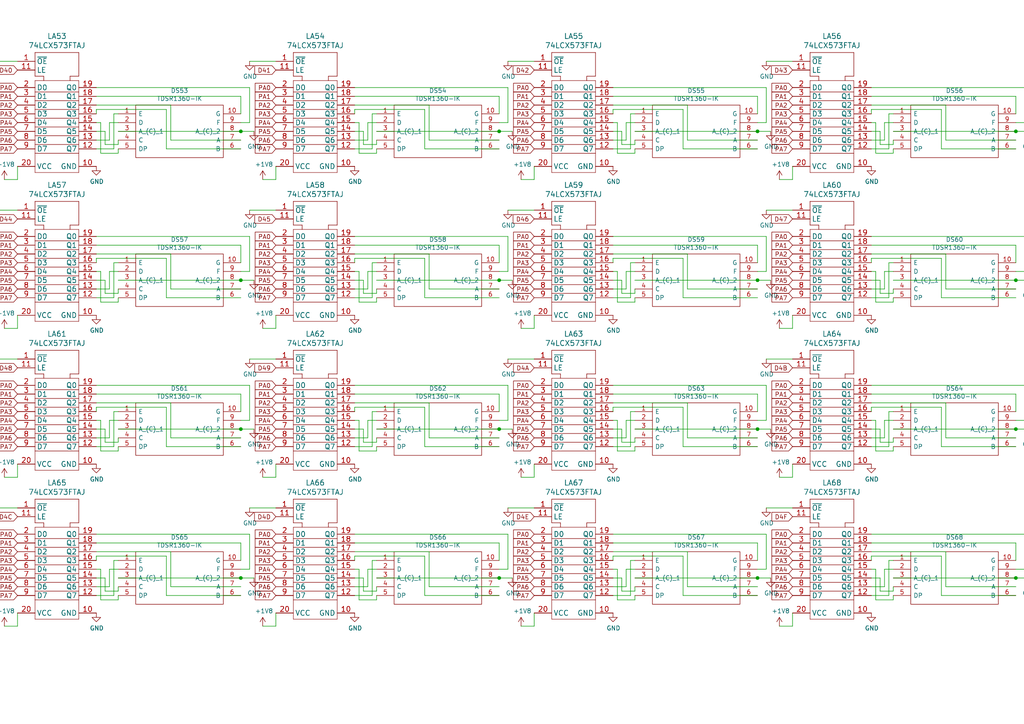
<source format=kicad_sch>
(kicad_sch (version 20211123) (generator eeschema)
  (paper "A4")
  (junction (at 144.78 167.64))
  (junction (at 294.64 38.1))
  (junction (at 219.71 167.64))
  (junction (at 219.71 38.1))
  (junction (at 144.78 38.1))
  (junction (at 294.64 167.64))
  (junction (at 144.78 124.46))
  (junction (at 69.85 167.64))
  (junction (at 69.85 81.28))
  (junction (at 144.78 81.28))
  (junction (at 219.71 124.46))
  (junction (at 69.85 38.1))
  (junction (at 294.64 81.28))
  (junction (at 294.64 124.46))
  (junction (at 69.85 124.46))
  (junction (at 219.71 81.28))
  (wire (pts (xy 31.75 165.1) (xy 34.29 165.1)))
  (wire (pts (xy 30.48 171.45) (xy 34.29 171.45)))
  (wire (pts (xy 33.02 86.36) (xy 33.02 76.2)))
  (wire (pts (xy 259.08 130.81) (xy 259.08 129.54)))
  (wire (pts (xy 222.25 35.56) (xy 219.71 35.56)))
  (wire (pts (xy 27.94 31.75) (xy 48.26 31.75)))
  (wire (pts (xy 177.8 25.4) (xy 222.25 25.4)))
  (wire (pts (xy 107.95 33.02) (xy 109.22 33.02)))
  (wire (pts (xy 222.25 60.96) (xy 229.87 60.96)))
  (wire (pts (xy 109.22 167.64) (xy 144.78 167.64)))
  (wire (pts (xy 257.81 119.38) (xy 259.08 119.38)))
  (wire (pts (xy 124.46 160.02) (xy 124.46 170.18)))
  (wire (pts (xy 198.12 118.11) (xy 198.12 129.54)))
  (wire (pts (xy 294.64 76.2) (xy 294.64 71.12)))
  (wire (pts (xy 31.75 40.64) (xy 31.75 35.56)))
  (wire (pts (xy 49.53 116.84) (xy 49.53 127)))
  (wire (pts (xy 229.87 95.25) (xy 229.87 91.44)))
  (wire (pts (xy 181.61 170.18) (xy 181.61 165.1)))
  (wire (pts (xy 80.01 95.25) (xy 80.01 91.44)))
  (wire (pts (xy 72.39 60.96) (xy 80.01 60.96)))
  (wire (pts (xy 252.73 86.36) (xy 257.81 86.36)))
  (wire (pts (xy 144.78 33.02) (xy 144.78 27.94)))
  (wire (pts (xy 198.12 172.72) (xy 219.71 172.72)))
  (wire (pts (xy 102.87 167.64) (xy 105.41 167.64)))
  (wire (pts (xy 259.08 41.91) (xy 259.08 40.64)))
  (wire (pts (xy 123.19 31.75) (xy 123.19 43.18)))
  (wire (pts (xy 181.61 35.56) (xy 184.15 35.56)))
  (wire (pts (xy 105.41 171.45) (xy 109.22 171.45)))
  (wire (pts (xy 297.18 154.94) (xy 297.18 165.1)))
  (wire (pts (xy 102.87 127) (xy 106.68 127)))
  (wire (pts (xy 184.15 124.46) (xy 219.71 124.46)))
  (wire (pts (xy 177.8 33.02) (xy 177.8 31.75)))
  (wire (pts (xy 184.15 87.63) (xy 184.15 86.36)))
  (wire (pts (xy 259.08 38.1) (xy 294.64 38.1)))
  (wire (pts (xy 49.53 83.82) (xy 69.85 83.82)))
  (wire (pts (xy 27.94 78.74) (xy 29.21 78.74)))
  (wire (pts (xy 109.22 85.09) (xy 109.22 83.82)))
  (wire (pts (xy 177.8 161.29) (xy 198.12 161.29)))
  (wire (pts (xy 179.07 121.92) (xy 179.07 130.81)))
  (wire (pts (xy 49.53 170.18) (xy 69.85 170.18)))
  (wire (pts (xy 104.14 35.56) (xy 104.14 44.45)))
  (wire (pts (xy 144.78 71.12) (xy 102.87 71.12)))
  (wire (pts (xy 109.22 130.81) (xy 109.22 129.54)))
  (wire (pts (xy 27.94 165.1) (xy 29.21 165.1)))
  (wire (pts (xy 252.73 161.29) (xy 273.05 161.29)))
  (wire (pts (xy 198.12 74.93) (xy 198.12 86.36)))
  (wire (pts (xy 109.22 124.46) (xy 144.78 124.46)))
  (wire (pts (xy 69.85 38.1) (xy 73.66 38.1)))
  (wire (pts (xy 257.81 33.02) (xy 259.08 33.02)))
  (wire (pts (xy 31.75 170.18) (xy 31.75 165.1)))
  (wire (pts (xy 180.34 41.91) (xy 184.15 41.91)))
  (wire (pts (xy 109.22 41.91) (xy 109.22 40.64)))
  (wire (pts (xy 1.27 138.43) (xy 5.08 138.43)))
  (wire (pts (xy 254 130.81) (xy 259.08 130.81)))
  (wire (pts (xy 177.8 129.54) (xy 182.88 129.54)))
  (wire (pts (xy 31.75 83.82) (xy 31.75 78.74)))
  (wire (pts (xy 198.12 129.54) (xy 219.71 129.54)))
  (wire (pts (xy 69.85 27.94) (xy 27.94 27.94)))
  (wire (pts (xy 147.32 104.14) (xy 154.94 104.14)))
  (wire (pts (xy 106.68 83.82) (xy 106.68 78.74)))
  (wire (pts (xy 102.87 81.28) (xy 105.41 81.28)))
  (wire (pts (xy 151.13 138.43) (xy 154.94 138.43)))
  (wire (pts (xy 104.14 121.92) (xy 104.14 130.81)))
  (wire (pts (xy 76.2 138.43) (xy 80.01 138.43)))
  (wire (pts (xy 27.94 38.1) (xy 30.48 38.1)))
  (wire (pts (xy 252.73 160.02) (xy 274.32 160.02)))
  (wire (pts (xy 34.29 44.45) (xy 34.29 43.18)))
  (wire (pts (xy 147.32 111.76) (xy 147.32 121.92)))
  (wire (pts (xy 144.78 162.56) (xy 144.78 157.48)))
  (wire (pts (xy 219.71 76.2) (xy 219.71 71.12)))
  (wire (pts (xy 107.95 76.2) (xy 109.22 76.2)))
  (wire (pts (xy 273.05 43.18) (xy 294.64 43.18)))
  (wire (pts (xy 273.05 31.75) (xy 273.05 43.18)))
  (wire (pts (xy 31.75 121.92) (xy 34.29 121.92)))
  (wire (pts (xy 297.18 78.74) (xy 294.64 78.74)))
  (wire (pts (xy -2.54 147.32) (xy 5.08 147.32)))
  (wire (pts (xy 181.61 121.92) (xy 184.15 121.92)))
  (wire (pts (xy 252.73 43.18) (xy 257.81 43.18)))
  (wire (pts (xy 222.25 147.32) (xy 229.87 147.32)))
  (wire (pts (xy 27.94 167.64) (xy 30.48 167.64)))
  (wire (pts (xy 69.85 124.46) (xy 73.66 124.46)))
  (wire (pts (xy 184.15 173.99) (xy 184.15 172.72)))
  (wire (pts (xy 294.64 167.64) (xy 298.45 167.64)))
  (wire (pts (xy 252.73 81.28) (xy 255.27 81.28)))
  (wire (pts (xy 49.53 40.64) (xy 69.85 40.64)))
  (wire (pts (xy 123.19 74.93) (xy 123.19 86.36)))
  (wire (pts (xy 102.87 35.56) (xy 104.14 35.56)))
  (wire (pts (xy 124.46 170.18) (xy 144.78 170.18)))
  (wire (pts (xy 219.71 124.46) (xy 223.52 124.46)))
  (wire (pts (xy 199.39 40.64) (xy 219.71 40.64)))
  (wire (pts (xy 199.39 116.84) (xy 199.39 127)))
  (wire (pts (xy 147.32 78.74) (xy 144.78 78.74)))
  (wire (pts (xy 273.05 129.54) (xy 294.64 129.54)))
  (wire (pts (xy 229.87 52.07) (xy 229.87 48.26)))
  (wire (pts (xy 48.26 118.11) (xy 48.26 129.54)))
  (wire (pts (xy 182.88 129.54) (xy 182.88 119.38)))
  (wire (pts (xy 177.8 68.58) (xy 222.25 68.58)))
  (wire (pts (xy 180.34 38.1) (xy 180.34 41.91)))
  (wire (pts (xy 274.32 170.18) (xy 294.64 170.18)))
  (wire (pts (xy 226.06 138.43) (xy 229.87 138.43)))
  (wire (pts (xy 229.87 181.61) (xy 229.87 177.8)))
  (wire (pts (xy 27.94 170.18) (xy 31.75 170.18)))
  (wire (pts (xy 1.27 181.61) (xy 5.08 181.61)))
  (wire (pts (xy 123.19 86.36) (xy 144.78 86.36)))
  (wire (pts (xy 256.54 170.18) (xy 256.54 165.1)))
  (wire (pts (xy 72.39 25.4) (xy 72.39 35.56)))
  (wire (pts (xy 124.46 127) (xy 144.78 127)))
  (wire (pts (xy 34.29 128.27) (xy 34.29 127)))
  (wire (pts (xy 256.54 35.56) (xy 259.08 35.56)))
  (wire (pts (xy 27.94 129.54) (xy 33.02 129.54)))
  (wire (pts (xy 219.71 27.94) (xy 177.8 27.94)))
  (wire (pts (xy 252.73 167.64) (xy 255.27 167.64)))
  (wire (pts (xy 144.78 38.1) (xy 148.59 38.1)))
  (wire (pts (xy 219.71 71.12) (xy 177.8 71.12)))
  (wire (pts (xy 252.73 172.72) (xy 257.81 172.72)))
  (wire (pts (xy 27.94 86.36) (xy 33.02 86.36)))
  (wire (pts (xy 27.94 119.38) (xy 27.94 118.11)))
  (wire (pts (xy -2.54 60.96) (xy 5.08 60.96)))
  (wire (pts (xy 29.21 78.74) (xy 29.21 87.63)))
  (wire (pts (xy 177.8 35.56) (xy 179.07 35.56)))
  (wire (pts (xy 31.75 78.74) (xy 34.29 78.74)))
  (wire (pts (xy 184.15 167.64) (xy 219.71 167.64)))
  (wire (pts (xy 256.54 83.82) (xy 256.54 78.74)))
  (wire (pts (xy 104.14 130.81) (xy 109.22 130.81)))
  (wire (pts (xy 104.14 78.74) (xy 104.14 87.63)))
  (wire (pts (xy 255.27 85.09) (xy 259.08 85.09)))
  (wire (pts (xy 252.73 25.4) (xy 297.18 25.4)))
  (wire (pts (xy 199.39 30.48) (xy 199.39 40.64)))
  (wire (pts (xy 273.05 172.72) (xy 294.64 172.72)))
  (wire (pts (xy 102.87 118.11) (xy 123.19 118.11)))
  (wire (pts (xy 219.71 119.38) (xy 219.71 114.3)))
  (wire (pts (xy 226.06 52.07) (xy 229.87 52.07)))
  (wire (pts (xy 177.8 38.1) (xy 180.34 38.1)))
  (wire (pts (xy 102.87 38.1) (xy 105.41 38.1)))
  (wire (pts (xy 104.14 44.45) (xy 109.22 44.45)))
  (wire (pts (xy 274.32 73.66) (xy 274.32 83.82)))
  (wire (pts (xy 252.73 129.54) (xy 257.81 129.54)))
  (wire (pts (xy 144.78 124.46) (xy 148.59 124.46)))
  (wire (pts (xy 259.08 85.09) (xy 259.08 83.82)))
  (wire (pts (xy 219.71 38.1) (xy 223.52 38.1)))
  (wire (pts (xy 294.64 27.94) (xy 252.73 27.94)))
  (wire (pts (xy 106.68 121.92) (xy 109.22 121.92)))
  (wire (pts (xy 5.08 52.07) (xy 5.08 48.26)))
  (wire (pts (xy 33.02 129.54) (xy 33.02 119.38)))
  (wire (pts (xy 179.07 44.45) (xy 184.15 44.45)))
  (wire (pts (xy 297.18 25.4) (xy 297.18 35.56)))
  (wire (pts (xy 31.75 35.56) (xy 34.29 35.56)))
  (wire (pts (xy 105.41 38.1) (xy 105.41 41.91)))
  (wire (pts (xy 219.71 33.02) (xy 219.71 27.94)))
  (wire (pts (xy 5.08 138.43) (xy 5.08 134.62)))
  (wire (pts (xy 297.18 121.92) (xy 294.64 121.92)))
  (wire (pts (xy 179.07 165.1) (xy 179.07 173.99)))
  (wire (pts (xy 177.8 170.18) (xy 181.61 170.18)))
  (wire (pts (xy 252.73 119.38) (xy 252.73 118.11)))
  (wire (pts (xy 219.71 167.64) (xy 223.52 167.64)))
  (wire (pts (xy 177.8 116.84) (xy 199.39 116.84)))
  (wire (pts (xy 80.01 138.43) (xy 80.01 134.62)))
  (wire (pts (xy 107.95 172.72) (xy 107.95 162.56)))
  (wire (pts (xy 102.87 121.92) (xy 104.14 121.92)))
  (wire (pts (xy 184.15 41.91) (xy 184.15 40.64)))
  (wire (pts (xy 34.29 87.63) (xy 34.29 86.36)))
  (wire (pts (xy 29.21 44.45) (xy 34.29 44.45)))
  (wire (pts (xy 34.29 173.99) (xy 34.29 172.72)))
  (wire (pts (xy 102.87 162.56) (xy 102.87 161.29)))
  (wire (pts (xy 27.94 83.82) (xy 31.75 83.82)))
  (wire (pts (xy 177.8 160.02) (xy 199.39 160.02)))
  (wire (pts (xy 106.68 170.18) (xy 106.68 165.1)))
  (wire (pts (xy 76.2 181.61) (xy 80.01 181.61)))
  (wire (pts (xy 105.41 128.27) (xy 109.22 128.27)))
  (wire (pts (xy 255.27 167.64) (xy 255.27 171.45)))
  (wire (pts (xy 182.88 33.02) (xy 184.15 33.02)))
  (wire (pts (xy 180.34 171.45) (xy 184.15 171.45)))
  (wire (pts (xy 33.02 119.38) (xy 34.29 119.38)))
  (wire (pts (xy 252.73 165.1) (xy 254 165.1)))
  (wire (pts (xy 182.88 76.2) (xy 184.15 76.2)))
  (wire (pts (xy 294.64 114.3) (xy 252.73 114.3)))
  (wire (pts (xy 34.29 38.1) (xy 69.85 38.1)))
  (wire (pts (xy 177.8 86.36) (xy 182.88 86.36)))
  (wire (pts (xy 181.61 83.82) (xy 181.61 78.74)))
  (wire (pts (xy 182.88 162.56) (xy 184.15 162.56)))
  (wire (pts (xy 182.88 86.36) (xy 182.88 76.2)))
  (wire (pts (xy 49.53 73.66) (xy 49.53 83.82)))
  (wire (pts (xy 104.14 165.1) (xy 104.14 173.99)))
  (wire (pts (xy 105.41 81.28) (xy 105.41 85.09)))
  (wire (pts (xy 252.73 121.92) (xy 254 121.92)))
  (wire (pts (xy 30.48 167.64) (xy 30.48 171.45)))
  (wire (pts (xy 34.29 81.28) (xy 69.85 81.28)))
  (wire (pts (xy 29.21 121.92) (xy 29.21 130.81)))
  (wire (pts (xy 179.07 78.74) (xy 179.07 87.63)))
  (wire (pts (xy 255.27 128.27) (xy 259.08 128.27)))
  (wire (pts (xy 109.22 128.27) (xy 109.22 127)))
  (wire (pts (xy 102.87 31.75) (xy 123.19 31.75)))
  (wire (pts (xy 72.39 165.1) (xy 69.85 165.1)))
  (wire (pts (xy 109.22 44.45) (xy 109.22 43.18)))
  (wire (pts (xy 48.26 86.36) (xy 69.85 86.36)))
  (wire (pts (xy 179.07 130.81) (xy 184.15 130.81)))
  (wire (pts (xy 259.08 171.45) (xy 259.08 170.18)))
  (wire (pts (xy 102.87 165.1) (xy 104.14 165.1)))
  (wire (pts (xy 29.21 165.1) (xy 29.21 173.99)))
  (wire (pts (xy 182.88 43.18) (xy 182.88 33.02)))
  (wire (pts (xy 33.02 43.18) (xy 33.02 33.02)))
  (wire (pts (xy 274.32 30.48) (xy 274.32 40.64)))
  (wire (pts (xy 274.32 127) (xy 294.64 127)))
  (wire (pts (xy 72.39 17.78) (xy 80.01 17.78)))
  (wire (pts (xy 105.41 41.91) (xy 109.22 41.91)))
  (wire (pts (xy 102.87 30.48) (xy 124.46 30.48)))
  (wire (pts (xy 147.32 165.1) (xy 144.78 165.1)))
  (wire (pts (xy 252.73 76.2) (xy 252.73 74.93)))
  (wire (pts (xy 105.41 124.46) (xy 105.41 128.27)))
  (wire (pts (xy 27.94 74.93) (xy 48.26 74.93)))
  (wire (pts (xy 259.08 128.27) (xy 259.08 127)))
  (wire (pts (xy 177.8 73.66) (xy 199.39 73.66)))
  (wire (pts (xy 294.64 71.12) (xy 252.73 71.12)))
  (wire (pts (xy 222.25 111.76) (xy 222.25 121.92)))
  (wire (pts (xy 29.21 35.56) (xy 29.21 44.45)))
  (wire (pts (xy 297.18 165.1) (xy 294.64 165.1)))
  (wire (pts (xy 123.19 161.29) (xy 123.19 172.72)))
  (wire (pts (xy 27.94 35.56) (xy 29.21 35.56)))
  (wire (pts (xy 254 173.99) (xy 259.08 173.99)))
  (wire (pts (xy 48.26 74.93) (xy 48.26 86.36)))
  (wire (pts (xy 72.39 35.56) (xy 69.85 35.56)))
  (wire (pts (xy 222.25 68.58) (xy 222.25 78.74)))
  (wire (pts (xy 27.94 116.84) (xy 49.53 116.84)))
  (wire (pts (xy 147.32 25.4) (xy 147.32 35.56)))
  (wire (pts (xy 147.32 154.94) (xy 147.32 165.1)))
  (wire (pts (xy 257.81 162.56) (xy 259.08 162.56)))
  (wire (pts (xy 184.15 38.1) (xy 219.71 38.1)))
  (wire (pts (xy 274.32 83.82) (xy 294.64 83.82)))
  (wire (pts (xy 177.8 111.76) (xy 222.25 111.76)))
  (wire (pts (xy 222.25 165.1) (xy 219.71 165.1)))
  (wire (pts (xy 177.8 31.75) (xy 198.12 31.75)))
  (wire (pts (xy 30.48 85.09) (xy 34.29 85.09)))
  (wire (pts (xy 27.94 121.92) (xy 29.21 121.92)))
  (wire (pts (xy 177.8 30.48) (xy 199.39 30.48)))
  (wire (pts (xy 199.39 127) (xy 219.71 127)))
  (wire (pts (xy 257.81 76.2) (xy 259.08 76.2)))
  (wire (pts (xy 151.13 95.25) (xy 154.94 95.25)))
  (wire (pts (xy 72.39 147.32) (xy 80.01 147.32)))
  (wire (pts (xy 177.8 162.56) (xy 177.8 161.29)))
  (wire (pts (xy 180.34 124.46) (xy 180.34 128.27)))
  (wire (pts (xy 29.21 130.81) (xy 34.29 130.81)))
  (wire (pts (xy 30.48 128.27) (xy 34.29 128.27)))
  (wire (pts (xy 48.26 31.75) (xy 48.26 43.18)))
  (wire (pts (xy 274.32 160.02) (xy 274.32 170.18)))
  (wire (pts (xy 184.15 171.45) (xy 184.15 170.18)))
  (wire (pts (xy 179.07 87.63) (xy 184.15 87.63)))
  (wire (pts (xy 30.48 38.1) (xy 30.48 41.91)))
  (wire (pts (xy 109.22 87.63) (xy 109.22 86.36)))
  (wire (pts (xy 124.46 30.48) (xy 124.46 40.64)))
  (wire (pts (xy 181.61 127) (xy 181.61 121.92)))
  (wire (pts (xy 102.87 154.94) (xy 147.32 154.94)))
  (wire (pts (xy 259.08 81.28) (xy 294.64 81.28)))
  (wire (pts (xy 222.25 104.14) (xy 229.87 104.14)))
  (wire (pts (xy 257.81 129.54) (xy 257.81 119.38)))
  (wire (pts (xy 274.32 40.64) (xy 294.64 40.64)))
  (wire (pts (xy 177.8 154.94) (xy 222.25 154.94)))
  (wire (pts (xy 27.94 154.94) (xy 72.39 154.94)))
  (wire (pts (xy 144.78 114.3) (xy 102.87 114.3)))
  (wire (pts (xy 27.94 43.18) (xy 33.02 43.18)))
  (wire (pts (xy 182.88 119.38) (xy 184.15 119.38)))
  (wire (pts (xy 27.94 124.46) (xy 30.48 124.46)))
  (wire (pts (xy 69.85 119.38) (xy 69.85 114.3)))
  (wire (pts (xy 1.27 52.07) (xy 5.08 52.07)))
  (wire (pts (xy 199.39 160.02) (xy 199.39 170.18)))
  (wire (pts (xy 252.73 170.18) (xy 256.54 170.18)))
  (wire (pts (xy 154.94 95.25) (xy 154.94 91.44)))
  (wire (pts (xy 102.87 161.29) (xy 123.19 161.29)))
  (wire (pts (xy 219.71 162.56) (xy 219.71 157.48)))
  (wire (pts (xy 106.68 78.74) (xy 109.22 78.74)))
  (wire (pts (xy 27.94 73.66) (xy 49.53 73.66)))
  (wire (pts (xy 199.39 170.18) (xy 219.71 170.18)))
  (wire (pts (xy 147.32 147.32) (xy 154.94 147.32)))
  (wire (pts (xy 27.94 30.48) (xy 49.53 30.48)))
  (wire (pts (xy 106.68 35.56) (xy 109.22 35.56)))
  (wire (pts (xy 144.78 81.28) (xy 148.59 81.28)))
  (wire (pts (xy 177.8 119.38) (xy 177.8 118.11)))
  (wire (pts (xy 27.94 33.02) (xy 27.94 31.75)))
  (wire (pts (xy 181.61 165.1) (xy 184.15 165.1)))
  (wire (pts (xy 123.19 43.18) (xy 144.78 43.18)))
  (wire (pts (xy 229.87 138.43) (xy 229.87 134.62)))
  (wire (pts (xy 69.85 157.48) (xy 27.94 157.48)))
  (wire (pts (xy 294.64 38.1) (xy 298.45 38.1)))
  (wire (pts (xy 154.94 181.61) (xy 154.94 177.8)))
  (wire (pts (xy 252.73 74.93) (xy 273.05 74.93)))
  (wire (pts (xy 180.34 128.27) (xy 184.15 128.27)))
  (wire (pts (xy 256.54 127) (xy 256.54 121.92)))
  (wire (pts (xy 124.46 40.64) (xy 144.78 40.64)))
  (wire (pts (xy 274.32 116.84) (xy 274.32 127)))
  (wire (pts (xy 107.95 43.18) (xy 107.95 33.02)))
  (wire (pts (xy 177.8 76.2) (xy 177.8 74.93)))
  (wire (pts (xy 177.8 127) (xy 181.61 127)))
  (wire (pts (xy 184.15 44.45) (xy 184.15 43.18)))
  (wire (pts (xy 33.02 33.02) (xy 34.29 33.02)))
  (wire (pts (xy 252.73 78.74) (xy 254 78.74)))
  (wire (pts (xy 33.02 76.2) (xy 34.29 76.2)))
  (wire (pts (xy 256.54 78.74) (xy 259.08 78.74)))
  (wire (pts (xy 254 35.56) (xy 254 44.45)))
  (wire (pts (xy 5.08 181.61) (xy 5.08 177.8)))
  (wire (pts (xy 147.32 121.92) (xy 144.78 121.92)))
  (wire (pts (xy 106.68 127) (xy 106.68 121.92)))
  (wire (pts (xy 105.41 85.09) (xy 109.22 85.09)))
  (wire (pts (xy 252.73 73.66) (xy 274.32 73.66)))
  (wire (pts (xy 72.39 121.92) (xy 69.85 121.92)))
  (wire (pts (xy 177.8 121.92) (xy 179.07 121.92)))
  (wire (pts (xy 177.8 40.64) (xy 181.61 40.64)))
  (wire (pts (xy 252.73 162.56) (xy 252.73 161.29)))
  (wire (pts (xy 254 78.74) (xy 254 87.63)))
  (wire (pts (xy 27.94 161.29) (xy 48.26 161.29)))
  (wire (pts (xy 222.25 17.78) (xy 229.87 17.78)))
  (wire (pts (xy 34.29 41.91) (xy 34.29 40.64)))
  (wire (pts (xy 102.87 129.54) (xy 107.95 129.54)))
  (wire (pts (xy 259.08 44.45) (xy 259.08 43.18)))
  (wire (pts (xy 80.01 52.07) (xy 80.01 48.26)))
  (wire (pts (xy 226.06 95.25) (xy 229.87 95.25)))
  (wire (pts (xy 69.85 81.28) (xy 73.66 81.28)))
  (wire (pts (xy 72.39 68.58) (xy 72.39 78.74)))
  (wire (pts (xy 104.14 173.99) (xy 109.22 173.99)))
  (wire (pts (xy 102.87 74.93) (xy 123.19 74.93)))
  (wire (pts (xy 219.71 157.48) (xy 177.8 157.48)))
  (wire (pts (xy 34.29 130.81) (xy 34.29 129.54)))
  (wire (pts (xy 69.85 167.64) (xy 73.66 167.64)))
  (wire (pts (xy 102.87 170.18) (xy 106.68 170.18)))
  (wire (pts (xy 27.94 81.28) (xy 30.48 81.28)))
  (wire (pts (xy 294.64 162.56) (xy 294.64 157.48)))
  (wire (pts (xy 30.48 81.28) (xy 30.48 85.09)))
  (wire (pts (xy 147.32 60.96) (xy 154.94 60.96)))
  (wire (pts (xy 48.26 172.72) (xy 69.85 172.72)))
  (wire (pts (xy 69.85 114.3) (xy 27.94 114.3)))
  (wire (pts (xy 102.87 160.02) (xy 124.46 160.02)))
  (wire (pts (xy 294.64 119.38) (xy 294.64 114.3)))
  (wire (pts (xy 29.21 173.99) (xy 34.29 173.99)))
  (wire (pts (xy 273.05 118.11) (xy 273.05 129.54)))
  (wire (pts (xy 31.75 127) (xy 31.75 121.92)))
  (wire (pts (xy 72.39 111.76) (xy 72.39 121.92)))
  (wire (pts (xy 219.71 114.3) (xy 177.8 114.3)))
  (wire (pts (xy 252.73 154.94) (xy 297.18 154.94)))
  (wire (pts (xy 144.78 27.94) (xy 102.87 27.94)))
  (wire (pts (xy 80.01 181.61) (xy 80.01 177.8)))
  (wire (pts (xy -2.54 17.78) (xy 5.08 17.78)))
  (wire (pts (xy 199.39 73.66) (xy 199.39 83.82)))
  (wire (pts (xy 27.94 127) (xy 31.75 127)))
  (wire (pts (xy 297.18 35.56) (xy 294.64 35.56)))
  (wire (pts (xy 30.48 124.46) (xy 30.48 128.27)))
  (wire (pts (xy 34.29 171.45) (xy 34.29 170.18)))
  (wire (pts (xy 27.94 172.72) (xy 33.02 172.72)))
  (wire (pts (xy -2.54 104.14) (xy 5.08 104.14)))
  (wire (pts (xy 72.39 104.14) (xy 80.01 104.14)))
  (wire (pts (xy 72.39 154.94) (xy 72.39 165.1)))
  (wire (pts (xy 257.81 172.72) (xy 257.81 162.56)))
  (wire (pts (xy 252.73 83.82) (xy 256.54 83.82)))
  (wire (pts (xy 254 87.63) (xy 259.08 87.63)))
  (wire (pts (xy 72.39 78.74) (xy 69.85 78.74)))
  (wire (pts (xy 49.53 30.48) (xy 49.53 40.64)))
  (wire (pts (xy 69.85 33.02) (xy 69.85 27.94)))
  (wire (pts (xy 29.21 87.63) (xy 34.29 87.63)))
  (wire (pts (xy 252.73 124.46) (xy 255.27 124.46)))
  (wire (pts (xy 151.13 181.61) (xy 154.94 181.61)))
  (wire (pts (xy 69.85 71.12) (xy 27.94 71.12)))
  (wire (pts (xy 184.15 128.27) (xy 184.15 127)))
  (wire (pts (xy 273.05 74.93) (xy 273.05 86.36)))
  (wire (pts (xy 252.73 35.56) (xy 254 35.56)))
  (wire (pts (xy 144.78 167.64) (xy 148.59 167.64)))
  (wire (pts (xy 102.87 25.4) (xy 147.32 25.4)))
  (wire (pts (xy 102.87 116.84) (xy 124.46 116.84)))
  (wire (pts (xy 219.71 81.28) (xy 223.52 81.28)))
  (wire (pts (xy 252.73 118.11) (xy 273.05 118.11)))
  (wire (pts (xy 104.14 87.63) (xy 109.22 87.63)))
  (wire (pts (xy 184.15 81.28) (xy 219.71 81.28)))
  (wire (pts (xy 49.53 160.02) (xy 49.53 170.18)))
  (wire (pts (xy 226.06 181.61) (xy 229.87 181.61)))
  (wire (pts (xy 102.87 83.82) (xy 106.68 83.82)))
  (wire (pts (xy 259.08 167.64) (xy 294.64 167.64)))
  (wire (pts (xy 147.32 17.78) (xy 154.94 17.78)))
  (wire (pts (xy 177.8 83.82) (xy 181.61 83.82)))
  (wire (pts (xy 182.88 172.72) (xy 182.88 162.56)))
  (wire (pts (xy 102.87 119.38) (xy 102.87 118.11)))
  (wire (pts (xy 184.15 85.09) (xy 184.15 83.82)))
  (wire (pts (xy 256.54 40.64) (xy 256.54 35.56)))
  (wire (pts (xy 5.08 95.25) (xy 5.08 91.44)))
  (wire (pts (xy 252.73 33.02) (xy 252.73 31.75)))
  (wire (pts (xy 102.87 124.46) (xy 105.41 124.46)))
  (wire (pts (xy 180.34 85.09) (xy 184.15 85.09)))
  (wire (pts (xy 69.85 76.2) (xy 69.85 71.12)))
  (wire (pts (xy 107.95 129.54) (xy 107.95 119.38)))
  (wire (pts (xy 180.34 167.64) (xy 180.34 171.45)))
  (wire (pts (xy 259.08 124.46) (xy 294.64 124.46)))
  (wire (pts (xy 177.8 124.46) (xy 180.34 124.46)))
  (wire (pts (xy 34.29 124.46) (xy 69.85 124.46)))
  (wire (pts (xy 102.87 33.02) (xy 102.87 31.75)))
  (wire (pts (xy 255.27 81.28) (xy 255.27 85.09)))
  (wire (pts (xy 252.73 31.75) (xy 273.05 31.75)))
  (wire (pts (xy 109.22 171.45) (xy 109.22 170.18)))
  (wire (pts (xy 144.78 119.38) (xy 144.78 114.3)))
  (wire (pts (xy 102.87 40.64) (xy 106.68 40.64)))
  (wire (pts (xy 30.48 41.91) (xy 34.29 41.91)))
  (wire (pts (xy 109.22 81.28) (xy 144.78 81.28)))
  (wire (pts (xy 252.73 116.84) (xy 274.32 116.84)))
  (wire (pts (xy 27.94 76.2) (xy 27.94 74.93)))
  (wire (pts (xy 273.05 161.29) (xy 273.05 172.72)))
  (wire (pts (xy 154.94 52.07) (xy 154.94 48.26)))
  (wire (pts (xy 222.25 121.92) (xy 219.71 121.92)))
  (wire (pts (xy 254 121.92) (xy 254 130.81)))
  (wire (pts (xy 294.64 33.02) (xy 294.64 27.94)))
  (wire (pts (xy 255.27 124.46) (xy 255.27 128.27)))
  (wire (pts (xy 109.22 173.99) (xy 109.22 172.72)))
  (wire (pts (xy 179.07 173.99) (xy 184.15 173.99)))
  (wire (pts (xy 222.25 78.74) (xy 219.71 78.74)))
  (wire (pts (xy 124.46 73.66) (xy 124.46 83.82)))
  (wire (pts (xy 294.64 81.28) (xy 298.45 81.28)))
  (wire (pts (xy 252.73 111.76) (xy 297.18 111.76)))
  (wire (pts (xy 222.25 25.4) (xy 222.25 35.56)))
  (wire (pts (xy 180.34 81.28) (xy 180.34 85.09)))
  (wire (pts (xy 76.2 95.25) (xy 80.01 95.25)))
  (wire (pts (xy 252.73 38.1) (xy 255.27 38.1)))
  (wire (pts (xy 48.26 43.18) (xy 69.85 43.18)))
  (wire (pts (xy 27.94 118.11) (xy 48.26 118.11)))
  (wire (pts (xy 124.46 83.82) (xy 144.78 83.82)))
  (wire (pts (xy 48.26 161.29) (xy 48.26 172.72)))
  (wire (pts (xy 181.61 40.64) (xy 181.61 35.56)))
  (wire (pts (xy 147.32 68.58) (xy 147.32 78.74)))
  (wire (pts (xy 34.29 167.64) (xy 69.85 167.64)))
  (wire (pts (xy 123.19 129.54) (xy 144.78 129.54)))
  (wire (pts (xy 257.81 86.36) (xy 257.81 76.2)))
  (wire (pts (xy 102.87 172.72) (xy 107.95 172.72)))
  (wire (pts (xy 252.73 68.58) (xy 297.18 68.58)))
  (wire (pts (xy 27.94 40.64) (xy 31.75 40.64)))
  (wire (pts (xy 177.8 118.11) (xy 198.12 118.11)))
  (wire (pts (xy 102.87 68.58) (xy 147.32 68.58)))
  (wire (pts (xy 107.95 86.36) (xy 107.95 76.2)))
  (wire (pts (xy 49.53 127) (xy 69.85 127)))
  (wire (pts (xy 107.95 119.38) (xy 109.22 119.38)))
  (wire (pts (xy 33.02 162.56) (xy 34.29 162.56)))
  (wire (pts (xy 177.8 165.1) (xy 179.07 165.1)))
  (wire (pts (xy 255.27 41.91) (xy 259.08 41.91)))
  (wire (pts (xy 27.94 162.56) (xy 27.94 161.29)))
  (wire (pts (xy 252.73 127) (xy 256.54 127)))
  (wire (pts (xy 48.26 129.54) (xy 69.85 129.54)))
  (wire (pts (xy 198.12 43.18) (xy 219.71 43.18)))
  (wire (pts (xy 294.64 157.48) (xy 252.73 157.48)))
  (wire (pts (xy 252.73 40.64) (xy 256.54 40.64)))
  (wire (pts (xy 123.19 172.72) (xy 144.78 172.72)))
  (wire (pts (xy 294.64 124.46) (xy 298.45 124.46)))
  (wire (pts (xy 256.54 165.1) (xy 259.08 165.1)))
  (wire (pts (xy 27.94 68.58) (xy 72.39 68.58)))
  (wire (pts (xy 144.78 157.48) (xy 102.87 157.48)))
  (wire (pts (xy 177.8 74.93) (xy 198.12 74.93)))
  (wire (pts (xy 33.02 172.72) (xy 33.02 162.56)))
  (wire (pts (xy 102.87 111.76) (xy 147.32 111.76)))
  (wire (pts (xy 254 44.45) (xy 259.08 44.45)))
  (wire (pts (xy 259.08 173.99) (xy 259.08 172.72)))
  (wire (pts (xy 177.8 43.18) (xy 182.88 43.18)))
  (wire (pts (xy 102.87 43.18) (xy 107.95 43.18)))
  (wire (pts (xy 198.12 86.36) (xy 219.71 86.36)))
  (wire (pts (xy 198.12 161.29) (xy 198.12 172.72)))
  (wire (pts (xy 144.78 76.2) (xy 144.78 71.12)))
  (wire (pts (xy 69.85 162.56) (xy 69.85 157.48)))
  (wire (pts (xy 76.2 52.07) (xy 80.01 52.07)))
  (wire (pts (xy 106.68 40.64) (xy 106.68 35.56)))
  (wire (pts (xy 151.13 52.07) (xy 154.94 52.07)))
  (wire (pts (xy 184.15 130.81) (xy 184.15 129.54)))
  (wire (pts (xy 105.41 167.64) (xy 105.41 171.45)))
  (wire (pts (xy 255.27 38.1) (xy 255.27 41.91)))
  (wire (pts (xy 27.94 25.4) (xy 72.39 25.4)))
  (wire (pts (xy 27.94 160.02) (xy 49.53 160.02)))
  (wire (pts (xy 102.87 86.36) (xy 107.95 86.36)))
  (wire (pts (xy 255.27 171.45) (xy 259.08 171.45)))
  (wire (pts (xy 154.94 138.43) (xy 154.94 134.62)))
  (wire (pts (xy 177.8 81.28) (xy 180.34 81.28)))
  (wire (pts (xy 254 165.1) (xy 254 173.99)))
  (wire (pts (xy 198.12 31.75) (xy 198.12 43.18)))
  (wire (pts (xy 107.95 162.56) (xy 109.22 162.56)))
  (wire (pts (xy 1.27 95.25) (xy 5.08 95.25)))
  (wire (pts (xy 257.81 43.18) (xy 257.81 33.02)))
  (wire (pts (xy 256.54 121.92) (xy 259.08 121.92)))
  (wire (pts (xy 222.25 154.94) (xy 222.25 165.1)))
  (wire (pts (xy 252.73 30.48) (xy 274.32 30.48)))
  (wire (pts (xy 177.8 78.74) (xy 179.07 78.74)))
  (wire (pts (xy 179.07 35.56) (xy 179.07 44.45)))
  (wire (pts (xy 102.87 78.74) (xy 104.14 78.74)))
  (wire (pts (xy 259.08 87.63) (xy 259.08 86.36)))
  (wire (pts (xy 147.32 35.56) (xy 144.78 35.56)))
  (wire (pts (xy 177.8 167.64) (xy 180.34 167.64)))
  (wire (pts (xy 297.18 68.58) (xy 297.18 78.74)))
  (wire (pts (xy 106.68 165.1) (xy 109.22 165.1)))
  (wire (pts (xy 124.46 116.84) (xy 124.46 127)))
  (wire (pts (xy 34.29 85.09) (xy 34.29 83.82)))
  (wire (pts (xy 102.87 76.2) (xy 102.87 74.93)))
  (wire (pts (xy 123.19 118.11) (xy 123.19 129.54)))
  (wire (pts (xy 177.8 172.72) (xy 182.88 172.72)))
  (wire (pts (xy 273.05 86.36) (xy 294.64 86.36)))
  (wire (pts (xy 181.61 78.74) (xy 184.15 78.74)))
  (wire (pts (xy 297.18 111.76) (xy 297.18 121.92)))
  (wire (pts (xy 102.87 73.66) (xy 124.46 73.66)))
  (wire (pts (xy 109.22 38.1) (xy 144.78 38.1)))
  (wire (pts (xy 199.39 83.82) (xy 219.71 83.82)))
  (wire (pts (xy 27.94 111.76) (xy 72.39 111.76)))
  (global_label "PA6" (shape input) (at 5.08 40.64 180) (property "Intersheet References" "${INTERSHEET_REFS}" (effects hide)))
  (global_label "PA3" (shape input) (at 5.08 76.2 180) (property "Intersheet References" "${INTERSHEET_REFS}" (effects hide)))
  (global_label "PA6" (shape input) (at 229.87 170.18 180) (property "Intersheet References" "${INTERSHEET_REFS}" (effects hide)))
  (global_label "D4F" (shape input) (at 229.87 149.86 180) (property "Intersheet References" "${INTERSHEET_REFS}" (effects hide)))
  (global_label "PA2" (shape input) (at 229.87 73.66 180) (property "Intersheet References" "${INTERSHEET_REFS}" (effects hide)))
  (global_label "PA5" (shape input) (at 5.08 81.28 180) (property "Intersheet References" "${INTERSHEET_REFS}" (effects hide)))
  (global_label "PA1" (shape input) (at 154.94 27.94 180) (property "Intersheet References" "${INTERSHEET_REFS}" (effects hide)))
  (global_label "PA0" (shape input) (at 154.94 154.94 180) (property "Intersheet References" "${INTERSHEET_REFS}" (effects hide)))
  (global_label "PA5" (shape input) (at 80.01 38.1 180) (property "Intersheet References" "${INTERSHEET_REFS}" (effects hide)))
  (global_label "PA3" (shape input) (at 80.01 162.56 180) (property "Intersheet References" "${INTERSHEET_REFS}" (effects hide)))
  (global_label "PA1" (shape input) (at 5.08 157.48 180) (property "Intersheet References" "${INTERSHEET_REFS}" (effects hide)))
  (global_label "D49" (shape input) (at 80.01 106.68 180) (property "Intersheet References" "${INTERSHEET_REFS}" (effects hide)))
  (global_label "PA4" (shape input) (at 80.01 78.74 180) (property "Intersheet References" "${INTERSHEET_REFS}" (effects hide)))
  (global_label "PA5" (shape input) (at 229.87 38.1 180) (property "Intersheet References" "${INTERSHEET_REFS}" (effects hide)))
  (global_label "PA7" (shape input) (at 5.08 43.18 180) (property "Intersheet References" "${INTERSHEET_REFS}" (effects hide)))
  (global_label "PA4" (shape input) (at 154.94 121.92 180) (property "Intersheet References" "${INTERSHEET_REFS}" (effects hide)))
  (global_label "PA4" (shape input) (at 154.94 165.1 180) (property "Intersheet References" "${INTERSHEET_REFS}" (effects hide)))
  (global_label "D44" (shape input) (at 5.08 63.5 180) (property "Intersheet References" "${INTERSHEET_REFS}" (effects hide)))
  (global_label "PA3" (shape input) (at 5.08 162.56 180) (property "Intersheet References" "${INTERSHEET_REFS}" (effects hide)))
  (global_label "PA3" (shape input) (at 229.87 162.56 180) (property "Intersheet References" "${INTERSHEET_REFS}" (effects hide)))
  (global_label "PA1" (shape input) (at 80.01 114.3 180) (property "Intersheet References" "${INTERSHEET_REFS}" (effects hide)))
  (global_label "PA5" (shape input) (at 80.01 124.46 180) (property "Intersheet References" "${INTERSHEET_REFS}" (effects hide)))
  (global_label "PA2" (shape input) (at 80.01 160.02 180) (property "Intersheet References" "${INTERSHEET_REFS}" (effects hide)))
  (global_label "PA0" (shape input) (at 80.01 154.94 180) (property "Intersheet References" "${INTERSHEET_REFS}" (effects hide)))
  (global_label "PA4" (shape input) (at 154.94 35.56 180) (property "Intersheet References" "${INTERSHEET_REFS}" (effects hide)))
  (global_label "PA0" (shape input) (at 5.08 68.58 180) (property "Intersheet References" "${INTERSHEET_REFS}" (effects hide)))
  (global_label "PA7" (shape input) (at 229.87 129.54 180) (property "Intersheet References" "${INTERSHEET_REFS}" (effects hide)))
  (global_label "PA0" (shape input) (at 154.94 25.4 180) (property "Intersheet References" "${INTERSHEET_REFS}" (effects hide)))
  (global_label "PA0" (shape input) (at 229.87 25.4 180) (property "Intersheet References" "${INTERSHEET_REFS}" (effects hide)))
  (global_label "PA4" (shape input) (at 229.87 165.1 180) (property "Intersheet References" "${INTERSHEET_REFS}" (effects hide)))
  (global_label "D4A" (shape input) (at 154.94 106.68 180) (property "Intersheet References" "${INTERSHEET_REFS}" (effects hide)))
  (global_label "PA6" (shape input) (at 80.01 40.64 180) (property "Intersheet References" "${INTERSHEET_REFS}" (effects hide)))
  (global_label "PA5" (shape input) (at 154.94 124.46 180) (property "Intersheet References" "${INTERSHEET_REFS}" (effects hide)))
  (global_label "PA2" (shape input) (at 229.87 160.02 180) (property "Intersheet References" "${INTERSHEET_REFS}" (effects hide)))
  (global_label "PA0" (shape input) (at 80.01 111.76 180) (property "Intersheet References" "${INTERSHEET_REFS}" (effects hide)))
  (global_label "D42" (shape input) (at 154.94 20.32 180) (property "Intersheet References" "${INTERSHEET_REFS}" (effects hide)))
  (global_label "PA5" (shape input) (at 229.87 124.46 180) (property "Intersheet References" "${INTERSHEET_REFS}" (effects hide)))
  (global_label "PA0" (shape input) (at 5.08 25.4 180) (property "Intersheet References" "${INTERSHEET_REFS}" (effects hide)))
  (global_label "PA5" (shape input) (at 154.94 81.28 180) (property "Intersheet References" "${INTERSHEET_REFS}" (effects hide)))
  (global_label "D41" (shape input) (at 80.01 20.32 180) (property "Intersheet References" "${INTERSHEET_REFS}" (effects hide)))
  (global_label "D48" (shape input) (at 5.08 106.68 180) (property "Intersheet References" "${INTERSHEET_REFS}" (effects hide)))
  (global_label "PA0" (shape input) (at 80.01 68.58 180) (property "Intersheet References" "${INTERSHEET_REFS}" (effects hide)))
  (global_label "PA2" (shape input) (at 5.08 116.84 180) (property "Intersheet References" "${INTERSHEET_REFS}" (effects hide)))
  (global_label "PA1" (shape input) (at 154.94 114.3 180) (property "Intersheet References" "${INTERSHEET_REFS}" (effects hide)))
  (global_label "PA5" (shape input) (at 154.94 167.64 180) (property "Intersheet References" "${INTERSHEET_REFS}" (effects hide)))
  (global_label "PA1" (shape input) (at 80.01 157.48 180) (property "Intersheet References" "${INTERSHEET_REFS}" (effects hide)))
  (global_label "D4E" (shape input) (at 154.94 149.86 180) (property "Intersheet References" "${INTERSHEET_REFS}" (effects hide)))
  (global_label "PA3" (shape input) (at 229.87 33.02 180) (property "Intersheet References" "${INTERSHEET_REFS}" (effects hide)))
  (global_label "PA1" (shape input) (at 5.08 71.12 180) (property "Intersheet References" "${INTERSHEET_REFS}" (effects hide)))
  (global_label "PA3" (shape input) (at 154.94 162.56 180) (property "Intersheet References" "${INTERSHEET_REFS}" (effects hide)))
  (global_label "PA6" (shape input) (at 80.01 83.82 180) (property "Intersheet References" "${INTERSHEET_REFS}" (effects hide)))
  (global_label "PA2" (shape input) (at 154.94 73.66 180) (property "Intersheet References" "${INTERSHEET_REFS}" (effects hide)))
  (global_label "PA7" (shape input) (at 80.01 43.18 180) (property "Intersheet References" "${INTERSHEET_REFS}" (effects hide)))
  (global_label "PA4" (shape input) (at 5.08 121.92 180) (property "Intersheet References" "${INTERSHEET_REFS}" (effects hide)))
  (global_label "PA7" (shape input) (at 229.87 172.72 180) (property "Intersheet References" "${INTERSHEET_REFS}" (effects hide)))
  (global_label "PA2" (shape input) (at 154.94 30.48 180) (property "Intersheet References" "${INTERSHEET_REFS}" (effects hide)))
  (global_label "D4D" (shape input) (at 80.01 149.86 180) (property "Intersheet References" "${INTERSHEET_REFS}" (effects hide)))
  (global_label "PA1" (shape input) (at 154.94 71.12 180) (property "Intersheet References" "${INTERSHEET_REFS}" (effects hide)))
  (global_label "PA4" (shape input) (at 229.87 35.56 180) (property "Intersheet References" "${INTERSHEET_REFS}" (effects hide)))
  (global_label "PA6" (shape input) (at 5.08 170.18 180) (property "Intersheet References" "${INTERSHEET_REFS}" (effects hide)))
  (global_label "D45" (shape input) (at 80.01 63.5 180) (property "Intersheet References" "${INTERSHEET_REFS}" (effects hide)))
  (global_label "PA5" (shape input) (at 229.87 167.64 180) (property "Intersheet References" "${INTERSHEET_REFS}" (effects hide)))
  (global_label "PA0" (shape input) (at 229.87 68.58 180) (property "Intersheet References" "${INTERSHEET_REFS}" (effects hide)))
  (global_label "PA7" (shape input) (at 154.94 43.18 180) (property "Intersheet References" "${INTERSHEET_REFS}" (effects hide)))
  (global_label "D46" (shape input) (at 154.94 63.5 180) (property "Intersheet References" "${INTERSHEET_REFS}" (effects hide)))
  (global_label "PA5" (shape input) (at 80.01 167.64 180) (property "Intersheet References" "${INTERSHEET_REFS}" (effects hide)))
  (global_label "PA2" (shape input) (at 80.01 30.48 180) (property "Intersheet References" "${INTERSHEET_REFS}" (effects hide)))
  (global_label "PA4" (shape input) (at 154.94 78.74 180) (property "Intersheet References" "${INTERSHEET_REFS}" (effects hide)))
  (global_label "PA1" (shape input) (at 154.94 157.48 180) (property "Intersheet References" "${INTERSHEET_REFS}" (effects hide)))
  (global_label "PA4" (shape input) (at 5.08 35.56 180) (property "Intersheet References" "${INTERSHEET_REFS}" (effects hide)))
  (global_label "PA2" (shape input) (at 5.08 30.48 180) (property "Intersheet References" "${INTERSHEET_REFS}" (effects hide)))
  (global_label "PA3" (shape input) (at 80.01 119.38 180) (property "Intersheet References" "${INTERSHEET_REFS}" (effects hide)))
  (global_label "D40" (shape input) (at 5.08 20.32 180) (property "Intersheet References" "${INTERSHEET_REFS}" (effects hide)))
  (global_label "PA7" (shape input) (at 154.94 172.72 180) (property "Intersheet References" "${INTERSHEET_REFS}" (effects hide)))
  (global_label "PA5" (shape input) (at 5.08 124.46 180) (property "Intersheet References" "${INTERSHEET_REFS}" (effects hide)))
  (global_label "PA3" (shape input) (at 229.87 119.38 180) (property "Intersheet References" "${INTERSHEET_REFS}" (effects hide)))
  (global_label "PA3" (shape input) (at 5.08 33.02 180) (property "Intersheet References" "${INTERSHEET_REFS}" (effects hide)))
  (global_label "PA6" (shape input) (at 5.08 127 180) (property "Intersheet References" "${INTERSHEET_REFS}" (effects hide)))
  (global_label "PA0" (shape input) (at 229.87 111.76 180) (property "Intersheet References" "${INTERSHEET_REFS}" (effects hide)))
  (global_label "PA6" (shape input) (at 80.01 170.18 180) (property "Intersheet References" "${INTERSHEET_REFS}" (effects hide)))
  (global_label "PA1" (shape input) (at 229.87 71.12 180) (property "Intersheet References" "${INTERSHEET_REFS}" (effects hide)))
  (global_label "PA3" (shape input) (at 5.08 119.38 180) (property "Intersheet References" "${INTERSHEET_REFS}" (effects hide)))
  (global_label "PA4" (shape input) (at 80.01 35.56 180) (property "Intersheet References" "${INTERSHEET_REFS}" (effects hide)))
  (global_label "PA5" (shape input) (at 5.08 38.1 180) (property "Intersheet References" "${INTERSHEET_REFS}" (effects hide)))
  (global_label "PA1" (shape input) (at 229.87 114.3 180) (property "Intersheet References" "${INTERSHEET_REFS}" (effects hide)))
  (global_label "PA0" (shape input) (at 154.94 68.58 180) (property "Intersheet References" "${INTERSHEET_REFS}" (effects hide)))
  (global_label "PA6" (shape input) (at 5.08 83.82 180) (property "Intersheet References" "${INTERSHEET_REFS}" (effects hide)))
  (global_label "PA3" (shape input) (at 154.94 33.02 180) (property "Intersheet References" "${INTERSHEET_REFS}" (effects hide)))
  (global_label "PA1" (shape input) (at 229.87 157.48 180) (property "Intersheet References" "${INTERSHEET_REFS}" (effects hide)))
  (global_label "PA2" (shape input) (at 154.94 160.02 180) (property "Intersheet References" "${INTERSHEET_REFS}" (effects hide)))
  (global_label "PA2" (shape input) (at 154.94 116.84 180) (property "Intersheet References" "${INTERSHEET_REFS}" (effects hide)))
  (global_label "PA6" (shape input) (at 154.94 83.82 180) (property "Intersheet References" "${INTERSHEET_REFS}" (effects hide)))
  (global_label "PA1" (shape input) (at 80.01 27.94 180) (property "Intersheet References" "${INTERSHEET_REFS}" (effects hide)))
  (global_label "PA3" (shape input) (at 80.01 76.2 180) (property "Intersheet References" "${INTERSHEET_REFS}" (effects hide)))
  (global_label "PA2" (shape input) (at 80.01 73.66 180) (property "Intersheet References" "${INTERSHEET_REFS}" (effects hide)))
  (global_label "PA1" (shape input) (at 5.08 27.94 180) (property "Intersheet References" "${INTERSHEET_REFS}" (effects hide)))
  (global_label "PA0" (shape input) (at 154.94 111.76 180) (property "Intersheet References" "${INTERSHEET_REFS}" (effects hide)))
  (global_label "PA0" (shape input) (at 5.08 111.76 180) (property "Intersheet References" "${INTERSHEET_REFS}" (effects hide)))
  (global_label "PA3" (shape input) (at 229.87 76.2 180) (property "Intersheet References" "${INTERSHEET_REFS}" (effects hide)))
  (global_label "PA7" (shape input) (at 80.01 129.54 180) (property "Intersheet References" "${INTERSHEET_REFS}" (effects hide)))
  (global_label "PA7" (shape input) (at 154.94 129.54 180) (property "Intersheet References" "${INTERSHEET_REFS}" (effects hide)))
  (global_label "PA1" (shape input) (at 5.08 114.3 180) (property "Intersheet References" "${INTERSHEET_REFS}" (effects hide)))
  (global_label "PA1" (shape input) (at 80.01 71.12 180) (property "Intersheet References" "${INTERSHEET_REFS}" (effects hide)))
  (global_label "PA2" (shape input) (at 80.01 116.84 180) (property "Intersheet References" "${INTERSHEET_REFS}" (effects hide)))
  (global_label "PA0" (shape input) (at 5.08 154.94 180) (property "Intersheet References" "${INTERSHEET_REFS}" (effects hide)))
  (global_label "PA6" (shape input) (at 229.87 40.64 180) (property "Intersheet References" "${INTERSHEET_REFS}" (effects hide)))
  (global_label "PA0" (shape input) (at 80.01 25.4 180) (property "Intersheet References" "${INTERSHEET_REFS}" (effects hide)))
  (global_label "PA6" (shape input) (at 154.94 170.18 180) (property "Intersheet References" "${INTERSHEET_REFS}" (effects hide)))
  (global_label "PA6" (shape input) (at 229.87 127 180) (property "Intersheet References" "${INTERSHEET_REFS}" (effects hide)))
  (global_label "PA1" (shape input) (at 229.87 27.94 180) (property "Intersheet References" "${INTERSHEET_REFS}" (effects hide)))
  (global_label "PA2" (shape input) (at 5.08 73.66 180) (property "Intersheet References" "${INTERSHEET_REFS}" (effects hide)))
  (global_label "PA4" (shape input) (at 80.01 121.92 180) (property "Intersheet References" "${INTERSHEET_REFS}" (effects hide)))
  (global_label "PA5" (shape input) (at 229.87 81.28 180) (property "Intersheet References" "${INTERSHEET_REFS}" (effects hide)))
  (global_label "PA7" (shape input) (at 154.94 86.36 180) (property "Intersheet References" "${INTERSHEET_REFS}" (effects hide)))
  (global_label "D4C" (shape input) (at 5.08 149.86 180) (property "Intersheet References" "${INTERSHEET_REFS}" (effects hide)))
  (global_label "PA4" (shape input) (at 5.08 165.1 180) (property "Intersheet References" "${INTERSHEET_REFS}" (effects hide)))
  (global_label "PA7" (shape input) (at 5.08 172.72 180) (property "Intersheet References" "${INTERSHEET_REFS}" (effects hide)))
  (global_label "PA6" (shape input) (at 154.94 40.64 180) (property "Intersheet References" "${INTERSHEET_REFS}" (effects hide)))
  (global_label "PA7" (shape input) (at 229.87 86.36 180) (property "Intersheet References" "${INTERSHEET_REFS}" (effects hide)))
  (global_label "PA5" (shape input) (at 5.08 167.64 180) (property "Intersheet References" "${INTERSHEET_REFS}" (effects hide)))
  (global_label "PA3" (shape input) (at 80.01 33.02 180) (property "Intersheet References" "${INTERSHEET_REFS}" (effects hide)))
  (global_label "D47" (shape input) (at 229.87 63.5 180) (property "Intersheet References" "${INTERSHEET_REFS}" (effects hide)))
  (global_label "D43" (shape input) (at 229.87 20.32 180) (property "Intersheet References" "${INTERSHEET_REFS}" (effects hide)))
  (global_label "PA2" (shape input) (at 229.87 116.84 180) (property "Intersheet References" "${INTERSHEET_REFS}" (effects hide)))
  (global_label "PA0" (shape input) (at 229.87 154.94 180) (property "Intersheet References" "${INTERSHEET_REFS}" (effects hide)))
  (global_label "PA4" (shape input) (at 229.87 121.92 180) (property "Intersheet References" "${INTERSHEET_REFS}" (effects hide)))
  (global_label "PA7" (shape input) (at 80.01 172.72 180) (property "Intersheet References" "${INTERSHEET_REFS}" (effects hide)))
  (global_label "PA7" (shape input) (at 80.01 86.36 180) (property "Intersheet References" "${INTERSHEET_REFS}" (effects hide)))
  (global_label "PA3" (shape input) (at 154.94 76.2 180) (property "Intersheet References" "${INTERSHEET_REFS}" (effects hide)))
  (global_label "PA4" (shape input) (at 80.01 165.1 180) (property "Intersheet References" "${INTERSHEET_REFS}" (effects hide)))
  (global_label "PA4" (shape input) (at 229.87 78.74 180) (property "Intersheet References" "${INTERSHEET_REFS}" (effects hide)))
  (global_label "PA5" (shape input) (at 80.01 81.28 180) (property "Intersheet References" "${INTERSHEET_REFS}" (effects hide)))
  (global_label "PA3" (shape input) (at 154.94 119.38 180) (property "Intersheet References" "${INTERSHEET_REFS}" (effects hide)))
  (global_label "PA7" (shape input) (at 5.08 129.54 180) (property "Intersheet References" "${INTERSHEET_REFS}" (effects hide)))
  (global_label "PA4" (shape input) (at 5.08 78.74 180) (property "Intersheet References" "${INTERSHEET_REFS}" (effects hide)))
  (global_label "D4B" (shape input) (at 229.87 106.68 180) (property "Intersheet References" "${INTERSHEET_REFS}" (effects hide)))
  (global_label "PA2" (shape input) (at 5.08 160.02 180) (property "Intersheet References" "${INTERSHEET_REFS}" (effects hide)))
  (global_label "PA5" (shape input) (at 154.94 38.1 180) (property "Intersheet References" "${INTERSHEET_REFS}" (effects hide)))
  (global_label "PA6" (shape input) (at 80.01 127 180) (property "Intersheet References" "${INTERSHEET_REFS}" (effects hide)))
  (global_label "PA6" (shape input) (at 229.87 83.82 180) (property "Intersheet References" "${INTERSHEET_REFS}" (effects hide)))
  (global_label "PA7" (shape input) (at 5.08 86.36 180) (property "Intersheet References" "${INTERSHEET_REFS}" (effects hide)))
  (global_label "PA2" (shape input) (at 229.87 30.48 180) (property "Intersheet References" "${INTERSHEET_REFS}" (effects hide)))
  (global_label "PA6" (shape input) (at 154.94 127 180) (property "Intersheet References" "${INTERSHEET_REFS}" (effects hide)))
  (global_label "PA7" (shape input) (at 229.87 43.18 180) (property "Intersheet References" "${INTERSHEET_REFS}" (effects hide)))
  (symbol (lib_id "power:+1V8") (at 151.13 52.07 0) (unit 1)
    (property "Reference" "#PWR0264" (effects hide))
    (property "Value" "+1V8" (at 151.511 47.6758 0))
  )
  (symbol (lib_id "ManySegmentDisplay-rescue:TDSR1360-IK-Samac_Sys_Parts") (at 184.15 162.56 0) (unit 1)
    (property "Reference" "DS67" (at 201.93 155.829 0))
    (property "Value" "TDSR1360-IK" (at 201.93 158.1404 0))
    (property "Footprint" "Samac_Sys_Parts:TDSR1360IK" (effects hide))
    (property "Datasheet" "https://componentsearchengine.com/Datasheets/1/TDSR1360-IK.pdf" (effects hide))
    (property "Description" "Displays Module 1DIGIT 8LED Red CC 10-Pin DIP Module Tube" (effects hide))
    (property "Height" "7.1" (effects hide))
    (property "Mouser Part Number" "78-TDSR1360-IK" (effects hide))
    (property "Mouser Price/Stock" "https://www.mouser.co.uk/ProductDetail/Vishay-Semiconductors/TDSR1360-IK?qs=5csRq1wdUj5b9hoSL0MeOw%3D%3D" (effects hide))
    (property "Manufacturer_Name" "Vishay" (effects hide))
    (property "Manufacturer_Part_Number" "TDSR1360-IK" (effects hide))
  )
  (symbol (lib_id "ManySegmentDisplay-rescue:74LCX573FTAJ-Toshiba_Semic_Latch") (at 166.37 148.59 0) (unit 1)
    (property "Reference" "LA67" (at 166.37 140.0302 0) (effects (font (size 1.524 1.524))))
    (property "Value" "74LCX573FTAJ" (at 166.37 142.7226 0) (effects (font (size 1.524 1.524))))
    (property "Footprint" "Toshiba_Semic_Latch:74LCX573FTAJ" (effects hide))
  )
  (symbol (lib_id "power:+1V8") (at 76.2 52.07 0) (unit 1)
    (property "Reference" "#PWR0263" (effects hide))
    (property "Value" "+1V8" (at 76.581 47.6758 0))
  )
  (symbol (lib_id "ManySegmentDisplay-rescue:TDSR1360-IK-Samac_Sys_Parts") (at 259.08 162.56 0) (unit 1)
    (property "Reference" "DS68" (at 276.86 155.829 0))
    (property "Value" "TDSR1360-IK" (at 276.86 158.1404 0))
    (property "Footprint" "Samac_Sys_Parts:TDSR1360IK" (effects hide))
    (property "Datasheet" "https://componentsearchengine.com/Datasheets/1/TDSR1360-IK.pdf" (effects hide))
    (property "Description" "Displays Module 1DIGIT 8LED Red CC 10-Pin DIP Module Tube" (effects hide))
    (property "Height" "7.1" (effects hide))
    (property "Mouser Part Number" "78-TDSR1360-IK" (effects hide))
    (property "Mouser Price/Stock" "https://www.mouser.co.uk/ProductDetail/Vishay-Semiconductors/TDSR1360-IK?qs=5csRq1wdUj5b9hoSL0MeOw%3D%3D" (effects hide))
    (property "Manufacturer_Name" "Vishay" (effects hide))
    (property "Manufacturer_Part_Number" "TDSR1360-IK" (effects hide))
  )
  (symbol (lib_id "ManySegmentDisplay-rescue:74LCX573FTAJ-Toshiba_Semic_Latch") (at 16.51 19.05 0) (unit 1)
    (property "Reference" "LA53" (at 16.51 10.4902 0) (effects (font (size 1.524 1.524))))
    (property "Value" "74LCX573FTAJ" (at 16.51 13.1826 0) (effects (font (size 1.524 1.524))))
    (property "Footprint" "Toshiba_Semic_Latch:74LCX573FTAJ" (effects hide))
  )
  (symbol (lib_id "ManySegmentDisplay-rescue:TDSR1360-IK-Samac_Sys_Parts") (at 109.22 162.56 0) (unit 1)
    (property "Reference" "DS66" (at 127 155.829 0))
    (property "Value" "TDSR1360-IK" (at 127 158.1404 0))
    (property "Footprint" "Samac_Sys_Parts:TDSR1360IK" (effects hide))
    (property "Datasheet" "https://componentsearchengine.com/Datasheets/1/TDSR1360-IK.pdf" (effects hide))
    (property "Description" "Displays Module 1DIGIT 8LED Red CC 10-Pin DIP Module Tube" (effects hide))
    (property "Height" "7.1" (effects hide))
    (property "Mouser Part Number" "78-TDSR1360-IK" (effects hide))
    (property "Mouser Price/Stock" "https://www.mouser.co.uk/ProductDetail/Vishay-Semiconductors/TDSR1360-IK?qs=5csRq1wdUj5b9hoSL0MeOw%3D%3D" (effects hide))
    (property "Manufacturer_Name" "Vishay" (effects hide))
    (property "Manufacturer_Part_Number" "TDSR1360-IK" (effects hide))
  )
  (symbol (lib_id "ManySegmentDisplay-rescue:74LCX573FTAJ-Toshiba_Semic_Latch") (at 91.44 62.23 0) (unit 1)
    (property "Reference" "LA58" (at 91.44 53.6702 0) (effects (font (size 1.524 1.524))))
    (property "Value" "74LCX573FTAJ" (at 91.44 56.3626 0) (effects (font (size 1.524 1.524))))
    (property "Footprint" "Toshiba_Semic_Latch:74LCX573FTAJ" (effects hide))
  )
  (symbol (lib_id "power:GND") (at -2.54 60.96 0) (unit 1)
    (property "Reference" "#PWR0266" (effects hide))
    (property "Value" "GND" (at -2.413 65.3542 0))
  )
  (symbol (lib_id "power:+1V8") (at 151.13 181.61 0) (unit 1)
    (property "Reference" "#PWR0312" (effects hide))
    (property "Value" "+1V8" (at 151.511 177.2158 0))
  )
  (symbol (lib_id "ManySegmentDisplay-rescue:74LCX573FTAJ-Toshiba_Semic_Latch") (at 166.37 105.41 0) (unit 1)
    (property "Reference" "LA63" (at 166.37 96.8502 0) (effects (font (size 1.524 1.524))))
    (property "Value" "74LCX573FTAJ" (at 166.37 99.5426 0) (effects (font (size 1.524 1.524))))
    (property "Footprint" "Toshiba_Semic_Latch:74LCX573FTAJ" (effects hide))
  )
  (symbol (lib_id "power:GND") (at 177.8 91.44 0) (unit 1)
    (property "Reference" "#PWR0276" (effects hide))
    (property "Value" "GND" (at 177.927 95.8342 0))
  )
  (symbol (lib_id "power:GND") (at 177.8 134.62 0) (unit 1)
    (property "Reference" "#PWR0292" (effects hide))
    (property "Value" "GND" (at 177.927 139.0142 0))
  )
  (symbol (lib_id "ManySegmentDisplay-rescue:TDSR1360-IK-Samac_Sys_Parts") (at 34.29 33.02 0) (unit 1)
    (property "Reference" "DS53" (at 52.07 26.289 0))
    (property "Value" "TDSR1360-IK" (at 52.07 28.6004 0))
    (property "Footprint" "Samac_Sys_Parts:TDSR1360IK" (effects hide))
    (property "Datasheet" "https://componentsearchengine.com/Datasheets/1/TDSR1360-IK.pdf" (effects hide))
    (property "Description" "Displays Module 1DIGIT 8LED Red CC 10-Pin DIP Module Tube" (effects hide))
    (property "Height" "7.1" (effects hide))
    (property "Mouser Part Number" "78-TDSR1360-IK" (effects hide))
    (property "Mouser Price/Stock" "https://www.mouser.co.uk/ProductDetail/Vishay-Semiconductors/TDSR1360-IK?qs=5csRq1wdUj5b9hoSL0MeOw%3D%3D" (effects hide))
    (property "Manufacturer_Name" "Vishay" (effects hide))
    (property "Manufacturer_Part_Number" "TDSR1360-IK" (effects hide))
  )
  (symbol (lib_id "power:GND") (at 222.25 60.96 0) (unit 1)
    (property "Reference" "#PWR0269" (effects hide))
    (property "Value" "GND" (at 222.377 65.3542 0))
  )
  (symbol (lib_id "power:GND") (at 27.94 91.44 0) (unit 1)
    (property "Reference" "#PWR0274" (effects hide))
    (property "Value" "GND" (at 28.067 95.8342 0))
  )
  (symbol (lib_id "power:GND") (at 252.73 48.26 0) (unit 1)
    (property "Reference" "#PWR0261" (effects hide))
    (property "Value" "GND" (at 252.857 52.6542 0))
  )
  (symbol (lib_id "power:GND") (at 102.87 48.26 0) (unit 1)
    (property "Reference" "#PWR0259" (effects hide))
    (property "Value" "GND" (at 102.997 52.6542 0))
  )
  (symbol (lib_id "power:+1V8") (at 76.2 95.25 0) (unit 1)
    (property "Reference" "#PWR0279" (effects hide))
    (property "Value" "+1V8" (at 76.581 90.8558 0))
  )
  (symbol (lib_id "ManySegmentDisplay-rescue:74LCX573FTAJ-Toshiba_Semic_Latch") (at 241.3 62.23 0) (unit 1)
    (property "Reference" "LA60" (at 241.3 53.6702 0) (effects (font (size 1.524 1.524))))
    (property "Value" "74LCX573FTAJ" (at 241.3 56.3626 0) (effects (font (size 1.524 1.524))))
    (property "Footprint" "Toshiba_Semic_Latch:74LCX573FTAJ" (effects hide))
  )
  (symbol (lib_id "ManySegmentDisplay-rescue:TDSR1360-IK-Samac_Sys_Parts") (at 34.29 119.38 0) (unit 1)
    (property "Reference" "DS61" (at 52.07 112.649 0))
    (property "Value" "TDSR1360-IK" (at 52.07 114.9604 0))
    (property "Footprint" "Samac_Sys_Parts:TDSR1360IK" (effects hide))
    (property "Datasheet" "https://componentsearchengine.com/Datasheets/1/TDSR1360-IK.pdf" (effects hide))
    (property "Description" "Displays Module 1DIGIT 8LED Red CC 10-Pin DIP Module Tube" (effects hide))
    (property "Height" "7.1" (effects hide))
    (property "Mouser Part Number" "78-TDSR1360-IK" (effects hide))
    (property "Mouser Price/Stock" "https://www.mouser.co.uk/ProductDetail/Vishay-Semiconductors/TDSR1360-IK?qs=5csRq1wdUj5b9hoSL0MeOw%3D%3D" (effects hide))
    (property "Manufacturer_Name" "Vishay" (effects hide))
    (property "Manufacturer_Part_Number" "TDSR1360-IK" (effects hide))
  )
  (symbol (lib_id "power:+1V8") (at 226.06 181.61 0) (unit 1)
    (property "Reference" "#PWR0313" (effects hide))
    (property "Value" "+1V8" (at 226.441 177.2158 0))
  )
  (symbol (lib_id "ManySegmentDisplay-rescue:TDSR1360-IK-Samac_Sys_Parts") (at 109.22 76.2 0) (unit 1)
    (property "Reference" "DS58" (at 127 69.469 0))
    (property "Value" "TDSR1360-IK" (at 127 71.7804 0))
    (property "Footprint" "Samac_Sys_Parts:TDSR1360IK" (effects hide))
    (property "Datasheet" "https://componentsearchengine.com/Datasheets/1/TDSR1360-IK.pdf" (effects hide))
    (property "Description" "Displays Module 1DIGIT 8LED Red CC 10-Pin DIP Module Tube" (effects hide))
    (property "Height" "7.1" (effects hide))
    (property "Mouser Part Number" "78-TDSR1360-IK" (effects hide))
    (property "Mouser Price/Stock" "https://www.mouser.co.uk/ProductDetail/Vishay-Semiconductors/TDSR1360-IK?qs=5csRq1wdUj5b9hoSL0MeOw%3D%3D" (effects hide))
    (property "Manufacturer_Name" "Vishay" (effects hide))
    (property "Manufacturer_Part_Number" "TDSR1360-IK" (effects hide))
  )
  (symbol (lib_id "ManySegmentDisplay-rescue:TDSR1360-IK-Samac_Sys_Parts") (at 184.15 33.02 0) (unit 1)
    (property "Reference" "DS55" (at 201.93 26.289 0))
    (property "Value" "TDSR1360-IK" (at 201.93 28.6004 0))
    (property "Footprint" "Samac_Sys_Parts:TDSR1360IK" (effects hide))
    (property "Datasheet" "https://componentsearchengine.com/Datasheets/1/TDSR1360-IK.pdf" (effects hide))
    (property "Description" "Displays Module 1DIGIT 8LED Red CC 10-Pin DIP Module Tube" (effects hide))
    (property "Height" "7.1" (effects hide))
    (property "Mouser Part Number" "78-TDSR1360-IK" (effects hide))
    (property "Mouser Price/Stock" "https://www.mouser.co.uk/ProductDetail/Vishay-Semiconductors/TDSR1360-IK?qs=5csRq1wdUj5b9hoSL0MeOw%3D%3D" (effects hide))
    (property "Manufacturer_Name" "Vishay" (effects hide))
    (property "Manufacturer_Part_Number" "TDSR1360-IK" (effects hide))
  )
  (symbol (lib_id "ManySegmentDisplay-rescue:TDSR1360-IK-Samac_Sys_Parts") (at 34.29 76.2 0) (unit 1)
    (property "Reference" "DS57" (at 52.07 69.469 0))
    (property "Value" "TDSR1360-IK" (at 52.07 71.7804 0))
    (property "Footprint" "Samac_Sys_Parts:TDSR1360IK" (effects hide))
    (property "Datasheet" "https://componentsearchengine.com/Datasheets/1/TDSR1360-IK.pdf" (effects hide))
    (property "Description" "Displays Module 1DIGIT 8LED Red CC 10-Pin DIP Module Tube" (effects hide))
    (property "Height" "7.1" (effects hide))
    (property "Mouser Part Number" "78-TDSR1360-IK" (effects hide))
    (property "Mouser Price/Stock" "https://www.mouser.co.uk/ProductDetail/Vishay-Semiconductors/TDSR1360-IK?qs=5csRq1wdUj5b9hoSL0MeOw%3D%3D" (effects hide))
    (property "Manufacturer_Name" "Vishay" (effects hide))
    (property "Manufacturer_Part_Number" "TDSR1360-IK" (effects hide))
  )
  (symbol (lib_id "power:GND") (at 27.94 48.26 0) (unit 1)
    (property "Reference" "#PWR0258" (effects hide))
    (property "Value" "GND" (at 28.067 52.6542 0))
  )
  (symbol (lib_id "power:GND") (at 223.52 124.46 0) (unit 1)
    (property "Reference" "#PWR0288" (effects hide))
    (property "Value" "GND" (at 223.647 128.8542 0))
  )
  (symbol (lib_id "ManySegmentDisplay-rescue:TDSR1360-IK-Samac_Sys_Parts") (at 259.08 119.38 0) (unit 1)
    (property "Reference" "DS64" (at 276.86 112.649 0))
    (property "Value" "TDSR1360-IK" (at 276.86 114.9604 0))
    (property "Footprint" "Samac_Sys_Parts:TDSR1360IK" (effects hide))
    (property "Datasheet" "https://componentsearchengine.com/Datasheets/1/TDSR1360-IK.pdf" (effects hide))
    (property "Description" "Displays Module 1DIGIT 8LED Red CC 10-Pin DIP Module Tube" (effects hide))
    (property "Height" "7.1" (effects hide))
    (property "Mouser Part Number" "78-TDSR1360-IK" (effects hide))
    (property "Mouser Price/Stock" "https://www.mouser.co.uk/ProductDetail/Vishay-Semiconductors/TDSR1360-IK?qs=5csRq1wdUj5b9hoSL0MeOw%3D%3D" (effects hide))
    (property "Manufacturer_Name" "Vishay" (effects hide))
    (property "Manufacturer_Part_Number" "TDSR1360-IK" (effects hide))
  )
  (symbol (lib_id "power:GND") (at 148.59 167.64 0) (unit 1)
    (property "Reference" "#PWR0303" (effects hide))
    (property "Value" "GND" (at 148.717 172.0342 0))
  )
  (symbol (lib_id "ManySegmentDisplay-rescue:74LCX573FTAJ-Toshiba_Semic_Latch") (at 166.37 62.23 0) (unit 1)
    (property "Reference" "LA59" (at 166.37 53.6702 0) (effects (font (size 1.524 1.524))))
    (property "Value" "74LCX573FTAJ" (at 166.37 56.3626 0) (effects (font (size 1.524 1.524))))
    (property "Footprint" "Toshiba_Semic_Latch:74LCX573FTAJ" (effects hide))
  )
  (symbol (lib_id "power:+1V8") (at 1.27 95.25 0) (unit 1)
    (property "Reference" "#PWR0278" (effects hide))
    (property "Value" "+1V8" (at 1.651 90.8558 0))
  )
  (symbol (lib_id "power:+1V8") (at 226.06 138.43 0) (unit 1)
    (property "Reference" "#PWR0297" (effects hide))
    (property "Value" "+1V8" (at 226.441 134.0358 0))
  )
  (symbol (lib_id "ManySegmentDisplay-rescue:74LCX573FTAJ-Toshiba_Semic_Latch") (at 16.51 62.23 0) (unit 1)
    (property "Reference" "LA57" (at 16.51 53.6702 0) (effects (font (size 1.524 1.524))))
    (property "Value" "74LCX573FTAJ" (at 16.51 56.3626 0) (effects (font (size 1.524 1.524))))
    (property "Footprint" "Toshiba_Semic_Latch:74LCX573FTAJ" (effects hide))
  )
  (symbol (lib_id "power:GND") (at 223.52 167.64 0) (unit 1)
    (property "Reference" "#PWR0304" (effects hide))
    (property "Value" "GND" (at 223.647 172.0342 0))
  )
  (symbol (lib_id "ManySegmentDisplay-rescue:74LCX573FTAJ-Toshiba_Semic_Latch") (at 91.44 19.05 0) (unit 1)
    (property "Reference" "LA54" (at 91.44 10.4902 0) (effects (font (size 1.524 1.524))))
    (property "Value" "74LCX573FTAJ" (at 91.44 13.1826 0) (effects (font (size 1.524 1.524))))
    (property "Footprint" "Toshiba_Semic_Latch:74LCX573FTAJ" (effects hide))
  )
  (symbol (lib_id "power:GND") (at 27.94 177.8 0) (unit 1)
    (property "Reference" "#PWR0306" (effects hide))
    (property "Value" "GND" (at 28.067 182.1942 0))
  )
  (symbol (lib_id "ManySegmentDisplay-rescue:74LCX573FTAJ-Toshiba_Semic_Latch") (at 241.3 19.05 0) (unit 1)
    (property "Reference" "LA56" (at 241.3 10.4902 0) (effects (font (size 1.524 1.524))))
    (property "Value" "74LCX573FTAJ" (at 241.3 13.1826 0) (effects (font (size 1.524 1.524))))
    (property "Footprint" "Toshiba_Semic_Latch:74LCX573FTAJ" (effects hide))
  )
  (symbol (lib_id "power:GND") (at -2.54 17.78 0) (unit 1)
    (property "Reference" "#PWR0250" (effects hide))
    (property "Value" "GND" (at -2.413 22.1742 0))
  )
  (symbol (lib_id "power:GND") (at 27.94 134.62 0) (unit 1)
    (property "Reference" "#PWR0290" (effects hide))
    (property "Value" "GND" (at 28.067 139.0142 0))
  )
  (symbol (lib_id "ManySegmentDisplay-rescue:TDSR1360-IK-Samac_Sys_Parts") (at 259.08 33.02 0) (unit 1)
    (property "Reference" "DS56" (at 276.86 26.289 0))
    (property "Value" "TDSR1360-IK" (at 276.86 28.6004 0))
    (property "Footprint" "Samac_Sys_Parts:TDSR1360IK" (effects hide))
    (property "Datasheet" "https://componentsearchengine.com/Datasheets/1/TDSR1360-IK.pdf" (effects hide))
    (property "Description" "Displays Module 1DIGIT 8LED Red CC 10-Pin DIP Module Tube" (effects hide))
    (property "Height" "7.1" (effects hide))
    (property "Mouser Part Number" "78-TDSR1360-IK" (effects hide))
    (property "Mouser Price/Stock" "https://www.mouser.co.uk/ProductDetail/Vishay-Semiconductors/TDSR1360-IK?qs=5csRq1wdUj5b9hoSL0MeOw%3D%3D" (effects hide))
    (property "Manufacturer_Name" "Vishay" (effects hide))
    (property "Manufacturer_Part_Number" "TDSR1360-IK" (effects hide))
  )
  (symbol (lib_id "power:GND") (at 298.45 81.28 0) (unit 1)
    (property "Reference" "#PWR0273" (effects hide))
    (property "Value" "GND" (at 298.577 85.6742 0))
  )
  (symbol (lib_id "ManySegmentDisplay-rescue:74LCX573FTAJ-Toshiba_Semic_Latch") (at 241.3 105.41 0) (unit 1)
    (property "Reference" "LA64" (at 241.3 96.8502 0) (effects (font (size 1.524 1.524))))
    (property "Value" "74LCX573FTAJ" (at 241.3 99.5426 0) (effects (font (size 1.524 1.524))))
    (property "Footprint" "Toshiba_Semic_Latch:74LCX573FTAJ" (effects hide))
  )
  (symbol (lib_id "power:GND") (at 148.59 38.1 0) (unit 1)
    (property "Reference" "#PWR0255" (effects hide))
    (property "Value" "GND" (at 148.717 42.4942 0))
  )
  (symbol (lib_id "ManySegmentDisplay-rescue:TDSR1360-IK-Samac_Sys_Parts") (at 34.29 162.56 0) (unit 1)
    (property "Reference" "DS65" (at 52.07 155.829 0))
    (property "Value" "TDSR1360-IK" (at 52.07 158.1404 0))
    (property "Footprint" "Samac_Sys_Parts:TDSR1360IK" (effects hide))
    (property "Datasheet" "https://componentsearchengine.com/Datasheets/1/TDSR1360-IK.pdf" (effects hide))
    (property "Description" "Displays Module 1DIGIT 8LED Red CC 10-Pin DIP Module Tube" (effects hide))
    (property "Height" "7.1" (effects hide))
    (property "Mouser Part Number" "78-TDSR1360-IK" (effects hide))
    (property "Mouser Price/Stock" "https://www.mouser.co.uk/ProductDetail/Vishay-Semiconductors/TDSR1360-IK?qs=5csRq1wdUj5b9hoSL0MeOw%3D%3D" (effects hide))
    (property "Manufacturer_Name" "Vishay" (effects hide))
    (property "Manufacturer_Part_Number" "TDSR1360-IK" (effects hide))
  )
  (symbol (lib_id "power:+1V8") (at 226.06 95.25 0) (unit 1)
    (property "Reference" "#PWR0281" (effects hide))
    (property "Value" "+1V8" (at 226.441 90.8558 0))
  )
  (symbol (lib_id "power:GND") (at 73.66 38.1 0) (unit 1)
    (property "Reference" "#PWR0254" (effects hide))
    (property "Value" "GND" (at 73.787 42.4942 0))
  )
  (symbol (lib_id "power:+1V8") (at 151.13 95.25 0) (unit 1)
    (property "Reference" "#PWR0280" (effects hide))
    (property "Value" "+1V8" (at 151.511 90.8558 0))
  )
  (symbol (lib_id "power:GND") (at 147.32 147.32 0) (unit 1)
    (property "Reference" "#PWR0300" (effects hide))
    (property "Value" "GND" (at 147.447 151.7142 0))
  )
  (symbol (lib_id "power:GND") (at -2.54 104.14 0) (unit 1)
    (property "Reference" "#PWR0282" (effects hide))
    (property "Value" "GND" (at -2.413 108.5342 0))
  )
  (symbol (lib_id "power:GND") (at 222.25 147.32 0) (unit 1)
    (property "Reference" "#PWR0301" (effects hide))
    (property "Value" "GND" (at 222.377 151.7142 0))
  )
  (symbol (lib_id "power:GND") (at 252.73 177.8 0) (unit 1)
    (property "Reference" "#PWR0309" (effects hide))
    (property "Value" "GND" (at 252.857 182.1942 0))
  )
  (symbol (lib_id "power:GND") (at 73.66 81.28 0) (unit 1)
    (property "Reference" "#PWR0270" (effects hide))
    (property "Value" "GND" (at 73.787 85.6742 0))
  )
  (symbol (lib_id "power:GND") (at 148.59 124.46 0) (unit 1)
    (property "Reference" "#PWR0287" (effects hide))
    (property "Value" "GND" (at 148.717 128.8542 0))
  )
  (symbol (lib_id "power:GND") (at 102.87 177.8 0) (unit 1)
    (property "Reference" "#PWR0307" (effects hide))
    (property "Value" "GND" (at 102.997 182.1942 0))
  )
  (symbol (lib_id "ManySegmentDisplay-rescue:74LCX573FTAJ-Toshiba_Semic_Latch") (at 166.37 19.05 0) (unit 1)
    (property "Reference" "LA55" (at 166.37 10.4902 0) (effects (font (size 1.524 1.524))))
    (property "Value" "74LCX573FTAJ" (at 166.37 13.1826 0) (effects (font (size 1.524 1.524))))
    (property "Footprint" "Toshiba_Semic_Latch:74LCX573FTAJ" (effects hide))
  )
  (symbol (lib_id "ManySegmentDisplay-rescue:TDSR1360-IK-Samac_Sys_Parts") (at 184.15 119.38 0) (unit 1)
    (property "Reference" "DS63" (at 201.93 112.649 0))
    (property "Value" "TDSR1360-IK" (at 201.93 114.9604 0))
    (property "Footprint" "Samac_Sys_Parts:TDSR1360IK" (effects hide))
    (property "Datasheet" "https://componentsearchengine.com/Datasheets/1/TDSR1360-IK.pdf" (effects hide))
    (property "Description" "Displays Module 1DIGIT 8LED Red CC 10-Pin DIP Module Tube" (effects hide))
    (property "Height" "7.1" (effects hide))
    (property "Mouser Part Number" "78-TDSR1360-IK" (effects hide))
    (property "Mouser Price/Stock" "https://www.mouser.co.uk/ProductDetail/Vishay-Semiconductors/TDSR1360-IK?qs=5csRq1wdUj5b9hoSL0MeOw%3D%3D" (effects hide))
    (property "Manufacturer_Name" "Vishay" (effects hide))
    (property "Manufacturer_Part_Number" "TDSR1360-IK" (effects hide))
  )
  (symbol (lib_id "ManySegmentDisplay-rescue:TDSR1360-IK-Samac_Sys_Parts") (at 109.22 119.38 0) (unit 1)
    (property "Reference" "DS62" (at 127 112.649 0))
    (property "Value" "TDSR1360-IK" (at 127 114.9604 0))
    (property "Footprint" "Samac_Sys_Parts:TDSR1360IK" (effects hide))
    (property "Datasheet" "https://componentsearchengine.com/Datasheets/1/TDSR1360-IK.pdf" (effects hide))
    (property "Description" "Displays Module 1DIGIT 8LED Red CC 10-Pin DIP Module Tube" (effects hide))
    (property "Height" "7.1" (effects hide))
    (property "Mouser Part Number" "78-TDSR1360-IK" (effects hide))
    (property "Mouser Price/Stock" "https://www.mouser.co.uk/ProductDetail/Vishay-Semiconductors/TDSR1360-IK?qs=5csRq1wdUj5b9hoSL0MeOw%3D%3D" (effects hide))
    (property "Manufacturer_Name" "Vishay" (effects hide))
    (property "Manufacturer_Part_Number" "TDSR1360-IK" (effects hide))
  )
  (symbol (lib_id "power:GND") (at 148.59 81.28 0) (unit 1)
    (property "Reference" "#PWR0271" (effects hide))
    (property "Value" "GND" (at 148.717 85.6742 0))
  )
  (symbol (lib_id "power:GND") (at 147.32 104.14 0) (unit 1)
    (property "Reference" "#PWR0284" (effects hide))
    (property "Value" "GND" (at 147.447 108.5342 0))
  )
  (symbol (lib_id "power:+1V8") (at 226.06 52.07 0) (unit 1)
    (property "Reference" "#PWR0265" (effects hide))
    (property "Value" "+1V8" (at 226.441 47.6758 0))
  )
  (symbol (lib_id "power:GND") (at 72.39 17.78 0) (unit 1)
    (property "Reference" "#PWR0251" (effects hide))
    (property "Value" "GND" (at 72.517 22.1742 0))
  )
  (symbol (lib_id "power:GND") (at 73.66 124.46 0) (unit 1)
    (property "Reference" "#PWR0286" (effects hide))
    (property "Value" "GND" (at 73.787 128.8542 0))
  )
  (symbol (lib_id "power:GND") (at 147.32 17.78 0) (unit 1)
    (property "Reference" "#PWR0252" (effects hide))
    (property "Value" "GND" (at 147.447 22.1742 0))
  )
  (symbol (lib_id "ManySegmentDisplay-rescue:74LCX573FTAJ-Toshiba_Semic_Latch") (at 91.44 148.59 0) (unit 1)
    (property "Reference" "LA66" (at 91.44 140.0302 0) (effects (font (size 1.524 1.524))))
    (property "Value" "74LCX573FTAJ" (at 91.44 142.7226 0) (effects (font (size 1.524 1.524))))
    (property "Footprint" "Toshiba_Semic_Latch:74LCX573FTAJ" (effects hide))
  )
  (symbol (lib_id "ManySegmentDisplay-rescue:74LCX573FTAJ-Toshiba_Semic_Latch") (at 91.44 105.41 0) (unit 1)
    (property "Reference" "LA62" (at 91.44 96.8502 0) (effects (font (size 1.524 1.524))))
    (property "Value" "74LCX573FTAJ" (at 91.44 99.5426 0) (effects (font (size 1.524 1.524))))
    (property "Footprint" "Toshiba_Semic_Latch:74LCX573FTAJ" (effects hide))
  )
  (symbol (lib_id "power:GND") (at 298.45 167.64 0) (unit 1)
    (property "Reference" "#PWR0305" (effects hide))
    (property "Value" "GND" (at 298.577 172.0342 0))
  )
  (symbol (lib_id "power:GND") (at 252.73 134.62 0) (unit 1)
    (property "Reference" "#PWR0293" (effects hide))
    (property "Value" "GND" (at 252.857 139.0142 0))
  )
  (symbol (lib_id "power:GND") (at -2.54 147.32 0) (unit 1)
    (property "Reference" "#PWR0298" (effects hide))
    (property "Value" "GND" (at -2.413 151.7142 0))
  )
  (symbol (lib_id "ManySegmentDisplay-rescue:74LCX573FTAJ-Toshiba_Semic_Latch") (at 241.3 148.59 0) (unit 1)
    (property "Reference" "LA68" (at 241.3 140.0302 0) (effects (font (size 1.524 1.524))))
    (property "Value" "74LCX573FTAJ" (at 241.3 142.7226 0) (effects (font (size 1.524 1.524))))
    (property "Footprint" "Toshiba_Semic_Latch:74LCX573FTAJ" (effects hide))
  )
  (symbol (lib_id "ManySegmentDisplay-rescue:74LCX573FTAJ-Toshiba_Semic_Latch") (at 16.51 148.59 0) (unit 1)
    (property "Reference" "LA65" (at 16.51 140.0302 0) (effects (font (size 1.524 1.524))))
    (property "Value" "74LCX573FTAJ" (at 16.51 142.7226 0) (effects (font (size 1.524 1.524))))
    (property "Footprint" "Toshiba_Semic_Latch:74LCX573FTAJ" (effects hide))
  )
  (symbol (lib_id "power:GND") (at 72.39 104.14 0) (unit 1)
    (property "Reference" "#PWR0283" (effects hide))
    (property "Value" "GND" (at 72.517 108.5342 0))
  )
  (symbol (lib_id "ManySegmentDisplay-rescue:TDSR1360-IK-Samac_Sys_Parts") (at 184.15 76.2 0) (unit 1)
    (property "Reference" "DS59" (at 201.93 69.469 0))
    (property "Value" "TDSR1360-IK" (at 201.93 71.7804 0))
    (property "Footprint" "Samac_Sys_Parts:TDSR1360IK" (effects hide))
    (property "Datasheet" "https://componentsearchengine.com/Datasheets/1/TDSR1360-IK.pdf" (effects hide))
    (property "Description" "Displays Module 1DIGIT 8LED Red CC 10-Pin DIP Module Tube" (effects hide))
    (property "Height" "7.1" (effects hide))
    (property "Mouser Part Number" "78-TDSR1360-IK" (effects hide))
    (property "Mouser Price/Stock" "https://www.mouser.co.uk/ProductDetail/Vishay-Semiconductors/TDSR1360-IK?qs=5csRq1wdUj5b9hoSL0MeOw%3D%3D" (effects hide))
    (property "Manufacturer_Name" "Vishay" (effects hide))
    (property "Manufacturer_Part_Number" "TDSR1360-IK" (effects hide))
  )
  (symbol (lib_id "ManySegmentDisplay-rescue:74LCX573FTAJ-Toshiba_Semic_Latch") (at 16.51 105.41 0) (unit 1)
    (property "Reference" "LA61" (at 16.51 96.8502 0) (effects (font (size 1.524 1.524))))
    (property "Value" "74LCX573FTAJ" (at 16.51 99.5426 0) (effects (font (size 1.524 1.524))))
    (property "Footprint" "Toshiba_Semic_Latch:74LCX573FTAJ" (effects hide))
  )
  (symbol (lib_id "power:+1V8") (at 1.27 181.61 0) (unit 1)
    (property "Reference" "#PWR0310" (effects hide))
    (property "Value" "+1V8" (at 1.651 177.2158 0))
  )
  (symbol (lib_id "power:GND") (at 223.52 81.28 0) (unit 1)
    (property "Reference" "#PWR0272" (effects hide))
    (property "Value" "GND" (at 223.647 85.6742 0))
  )
  (symbol (lib_id "power:GND") (at 147.32 60.96 0) (unit 1)
    (property "Reference" "#PWR0268" (effects hide))
    (property "Value" "GND" (at 147.447 65.3542 0))
  )
  (symbol (lib_id "power:GND") (at 298.45 124.46 0) (unit 1)
    (property "Reference" "#PWR0289" (effects hide))
    (property "Value" "GND" (at 298.577 128.8542 0))
  )
  (symbol (lib_id "power:GND") (at 73.66 167.64 0) (unit 1)
    (property "Reference" "#PWR0302" (effects hide))
    (property "Value" "GND" (at 73.787 172.0342 0))
  )
  (symbol (lib_id "power:GND") (at 222.25 17.78 0) (unit 1)
    (property "Reference" "#PWR0253" (effects hide))
    (property "Value" "GND" (at 222.377 22.1742 0))
  )
  (symbol (lib_id "power:+1V8") (at 151.13 138.43 0) (unit 1)
    (property "Reference" "#PWR0296" (effects hide))
    (property "Value" "+1V8" (at 151.511 134.0358 0))
  )
  (symbol (lib_id "power:+1V8") (at 1.27 52.07 0) (unit 1)
    (property "Reference" "#PWR0262" (effects hide))
    (property "Value" "+1V8" (at 1.651 47.6758 0))
  )
  (symbol (lib_id "power:+1V8") (at 1.27 138.43 0) (unit 1)
    (property "Reference" "#PWR0294" (effects hide))
    (property "Value" "+1V8" (at 1.651 134.0358 0))
  )
  (symbol (lib_id "power:+1V8") (at 76.2 181.61 0) (unit 1)
    (property "Reference" "#PWR0311" (effects hide))
    (property "Value" "+1V8" (at 76.581 177.2158 0))
  )
  (symbol (lib_id "power:GND") (at 298.45 38.1 0) (unit 1)
    (property "Reference" "#PWR0257" (effects hide))
    (property "Value" "GND" (at 298.577 42.4942 0))
  )
  (symbol (lib_id "power:GND") (at 72.39 147.32 0) (unit 1)
    (property "Reference" "#PWR0299" (effects hide))
    (property "Value" "GND" (at 72.517 151.7142 0))
  )
  (symbol (lib_id "power:GND") (at 177.8 48.26 0) (unit 1)
    (property "Reference" "#PWR0260" (effects hide))
    (property "Value" "GND" (at 177.927 52.6542 0))
  )
  (symbol (lib_id "ManySegmentDisplay-rescue:TDSR1360-IK-Samac_Sys_Parts") (at 109.22 33.02 0) (unit 1)
    (property "Reference" "DS54" (at 127 26.289 0))
    (property "Value" "TDSR1360-IK" (at 127 28.6004 0))
    (property "Footprint" "Samac_Sys_Parts:TDSR1360IK" (effects hide))
    (property "Datasheet" "https://componentsearchengine.com/Datasheets/1/TDSR1360-IK.pdf" (effects hide))
    (property "Description" "Displays Module 1DIGIT 8LED Red CC 10-Pin DIP Module Tube" (effects hide))
    (property "Height" "7.1" (effects hide))
    (property "Mouser Part Number" "78-TDSR1360-IK" (effects hide))
    (property "Mouser Price/Stock" "https://www.mouser.co.uk/ProductDetail/Vishay-Semiconductors/TDSR1360-IK?qs=5csRq1wdUj5b9hoSL0MeOw%3D%3D" (effects hide))
    (property "Manufacturer_Name" "Vishay" (effects hide))
    (property "Manufacturer_Part_Number" "TDSR1360-IK" (effects hide))
  )
  (symbol (lib_id "power:GND") (at 102.87 91.44 0) (unit 1)
    (property "Reference" "#PWR0275" (effects hide))
    (property "Value" "GND" (at 102.997 95.8342 0))
  )
  (symbol (lib_id "power:GND") (at 252.73 91.44 0) (unit 1)
    (property "Reference" "#PWR0277" (effects hide))
    (property "Value" "GND" (at 252.857 95.8342 0))
  )
  (symbol (lib_id "power:GND") (at 223.52 38.1 0) (unit 1)
    (property "Reference" "#PWR0256" (effects hide))
    (property "Value" "GND" (at 223.647 42.4942 0))
  )
  (symbol (lib_id "power:GND") (at 102.87 134.62 0) (unit 1)
    (property "Reference" "#PWR0291" (effects hide))
    (property "Value" "GND" (at 102.997 139.0142 0))
  )
  (symbol (lib_id "ManySegmentDisplay-rescue:TDSR1360-IK-Samac_Sys_Parts") (at 259.08 76.2 0) (unit 1)
    (property "Reference" "DS60" (at 276.86 69.469 0))
    (property "Value" "TDSR1360-IK" (at 276.86 71.7804 0))
    (property "Footprint" "Samac_Sys_Parts:TDSR1360IK" (effects hide))
    (property "Datasheet" "https://componentsearchengine.com/Datasheets/1/TDSR1360-IK.pdf" (effects hide))
    (property "Description" "Displays Module 1DIGIT 8LED Red CC 10-Pin DIP Module Tube" (effects hide))
    (property "Height" "7.1" (effects hide))
    (property "Mouser Part Number" "78-TDSR1360-IK" (effects hide))
    (property "Mouser Price/Stock" "https://www.mouser.co.uk/ProductDetail/Vishay-Semiconductors/TDSR1360-IK?qs=5csRq1wdUj5b9hoSL0MeOw%3D%3D" (effects hide))
    (property "Manufacturer_Name" "Vishay" (effects hide))
    (property "Manufacturer_Part_Number" "TDSR1360-IK" (effects hide))
  )
  (symbol (lib_id "power:GND") (at 72.39 60.96 0) (unit 1)
    (property "Reference" "#PWR0267" (effects hide))
    (property "Value" "GND" (at 72.517 65.3542 0))
  )
  (symbol (lib_id "power:+1V8") (at 76.2 138.43 0) (unit 1)
    (property "Reference" "#PWR0295" (effects hide))
    (property "Value" "+1V8" (at 76.581 134.0358 0))
  )
  (symbol (lib_id "power:GND") (at 222.25 104.14 0) (unit 1)
    (property "Reference" "#PWR0285" (effects hide))
    (property "Value" "GND" (at 222.377 108.5342 0))
  )
  (symbol (lib_id "power:GND") (at 177.8 177.8 0) (unit 1)
    (property "Reference" "#PWR0308" (effects hide))
    (property "Value" "GND" (at 177.927 182.1942 0))
  )
)
</source>
